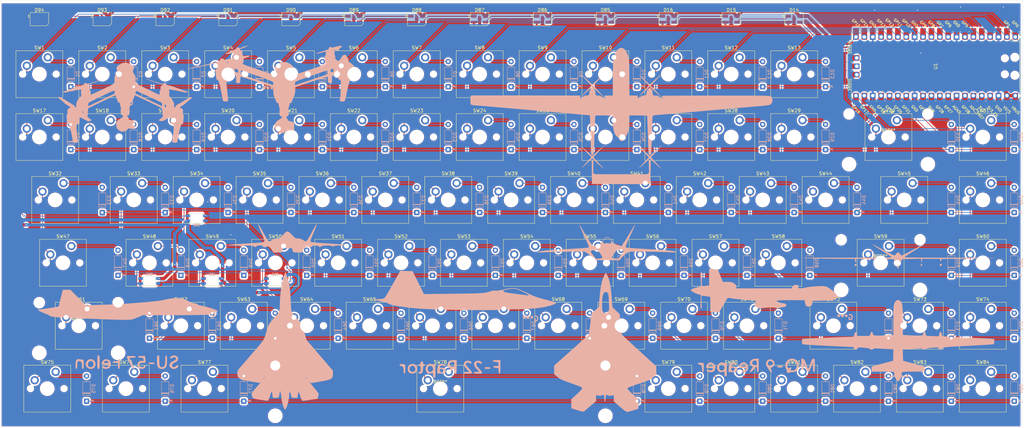
<source format=kicad_pcb>
(kicad_pcb (version 20241229) (generator "pcbnew") (generator_version "9.0")
  (layers (0 "F.Cu" signal) (2 "B.Cu" signal) (13 "F.Paste" user) (15 "B.Paste" user) (5 "F.SilkS" user "F.Silkscreen") (7 "B.SilkS" user "B.Silkscreen") (1 "F.Mask" user) (3 "B.Mask" user) (25 "Edge.Cuts" user))
  (net 0 "")
  (net 1 "Net-(D1-A)")
  (net 2 "ROW1")
  (net 3 "Net-(D2-A)")
  (net 4 "Net-(D3-A)")
  (net 5 "Net-(D4-A)")
  (net 6 "Net-(D5-A)")
  (net 7 "Net-(D6-A)")
  (net 8 "Net-(D7-A)")
  (net 9 "Net-(D8-A)")
  (net 10 "Net-(D9-A)")
  (net 11 "Net-(D10-A)")
  (net 12 "Net-(D11-A)")
  (net 13 "Net-(D12-A)")
  (net 14 "Net-(D13-A)")
  (net 15 "Net-(D17-A)")
  (net 16 "ROW2")
  (net 17 "Net-(D18-A)")
  (net 18 "Net-(D19-A)")
  (net 19 "Net-(D20-A)")
  (net 20 "Net-(D21-A)")
  (net 21 "Net-(D22-A)")
  (net 22 "Net-(D23-A)")
  (net 23 "Net-(D24-A)")
  (net 24 "Net-(D25-A)")
  (net 25 "Net-(D26-A)")
  (net 26 "Net-(D27-A)")
  (net 27 "Net-(D28-A)")
  (net 28 "Net-(D29-A)")
  (net 29 "Net-(D30-A)")
  (net 30 "Net-(D31-A)")
  (net 31 "ROW3")
  (net 32 "Net-(D32-A)")
  (net 33 "Net-(D33-A)")
  (net 34 "Net-(D34-A)")
  (net 35 "Net-(D35-A)")
  (net 36 "Net-(D36-A)")
  (net 37 "Net-(D37-A)")
  (net 38 "Net-(D38-A)")
  (net 39 "Net-(D39-A)")
  (net 40 "Net-(D40-A)")
  (net 41 "Net-(D41-A)")
  (net 42 "Net-(D42-A)")
  (net 43 "Net-(D43-A)")
  (net 44 "Net-(D44-A)")
  (net 45 "Net-(D45-A)")
  (net 46 "Net-(D46-A)")
  (net 47 "Net-(D47-A)")
  (net 48 "ROW4")
  (net 49 "Net-(D48-A)")
  (net 50 "Net-(D49-A)")
  (net 51 "Net-(D50-A)")
  (net 52 "Net-(D51-A)")
  (net 53 "Net-(D52-A)")
  (net 54 "Net-(D53-A)")
  (net 55 "Net-(D54-A)")
  (net 56 "Net-(D55-A)")
  (net 57 "Net-(D56-A)")
  (net 58 "Net-(D57-A)")
  (net 59 "Net-(D58-A)")
  (net 60 "Net-(D59-A)")
  (net 61 "Net-(D60-A)")
  (net 62 "ROW5")
  (net 63 "Net-(D61-A)")
  (net 64 "Net-(D62-A)")
  (net 65 "Net-(D63-A)")
  (net 66 "Net-(D64-A)")
  (net 67 "Net-(D65-A)")
  (net 68 "Net-(D66-A)")
  (net 69 "Net-(D67-A)")
  (net 70 "Net-(D68-A)")
  (net 71 "Net-(D69-A)")
  (net 72 "Net-(D70-A)")
  (net 73 "Net-(D71-A)")
  (net 74 "Net-(D72-A)")
  (net 75 "Net-(D73-A)")
  (net 76 "Net-(D74-A)")
  (net 77 "Net-(D75-A)")
  (net 78 "ROW6")
  (net 79 "Net-(D76-A)")
  (net 80 "Net-(D77-A)")
  (net 81 "Net-(D78-A)")
  (net 82 "Net-(D79-A)")
  (net 83 "Net-(D80-A)")
  (net 84 "Net-(D81-A)")
  (net 85 "Net-(D82-A)")
  (net 86 "Net-(D83-A)")
  (net 87 "Net-(D84-A)")
  (net 88 "COL1")
  (net 89 "COL2")
  (net 90 "COL3")
  (net 91 "COL4")
  (net 92 "COL5")
  (net 93 "COL6")
  (net 94 "COL7")
  (net 95 "COL8")
  (net 96 "COL9")
  (net 97 "COL10")
  (net 98 "COL11")
  (net 99 "COL12")
  (net 100 "COL13")
  (net 101 "COL14")
  (net 102 "COL15")
  (net 103 "Net-(D14-DOUT)")
  (net 104 "GND")
  (net 111 "COL16")
  (net 113 "+5V")
  (net 115 "LED")
  (net 121 "+3.3V")
  (net 124 "Net-(D15-DOUT)")
  (net 130 "Net-(D16-DOUT)")
  (net 131 "Net-(D85-DOUT)")
  (net 132 "Net-(D86-DOUT)")
  (net 133 "Net-(D87-DOUT)")
  (net 134 "Net-(D88-DOUT)")
  (net 135 "Net-(D89-DOUT)")
  (net 136 "Net-(D90-DOUT)")
  (net 137 "Net-(D91-DOUT)")
  (net 138 "Net-(D92-DOUT)")
  (net 139 "Net-(D93-DOUT)")
  (net 140 "Net-(D94-DOUT)")
  (net 141 "Net-(D95-DOUT)")
  (net 142 "Net-(D96-DOUT)")
  (net 143 "Net-(D97-DOUT)")
  (footprint "PCM_Switch_Keyboard_Cherry_MX:SW_Cherry_MX_PCB_1.00u" (layer "F.Cu") (at 230.98125 121.44375)
    (property "Reference" "SW41")
    (property "Value" "SW_Push")
  )
  (footprint "PCM_Switch_Keyboard_Cherry_MX:SW_Cherry_MX_PCB_1.00u" (layer "F.Cu") (at 202.40625 102.39375)
    (property "Reference" "SW25")
    (property "Value" "SW_Push")
  )
  (footprint "PCM_Switch_Keyboard_Cherry_MX:SW_Cherry_MX_PCB_1.00u" (layer "F.Cu") (at 211.93125 121.44375)
    (property "Reference" "SW40")
    (property "Value" "SW_Push")
  )
  (footprint "LED_SMD:LED_SK6812MINI_PLCC4_3.5x3.5mm_P1.75mm" (layer "F.Cu") (at 240.50625 66.675)
    (property "Reference" "D16")
    (property "Value" "SK6812MINI")
  )
  (footprint "PCM_Switch_Keyboard_Cherry_MX:SW_Cherry_MX_PCB_1.00u" (layer "F.Cu") (at 145.25625 102.39375)
    (property "Reference" "SW22")
    (property "Value" "SW_Push")
  )
  (footprint "PCM_Switch_Keyboard_Cherry_MX:SW_Cherry_MX_PCB_1.00u" (layer "F.Cu") (at 197.64375 140.49375)
    (property "Reference" "SW54")
    (property "Value" "SW_Push")
  )
  (footprint "PCM_Switch_Keyboard_Cherry_MX:SW_Cherry_MX_PCB_1.00u" (layer "F.Cu") (at 235.74375 140.49375)
    (property "Reference" "SW56")
    (property "Value" "SW_Push")
  )
  (footprint "PCM_Switch_Keyboard_Cherry_MX:SW_Cherry_MX_PCB_1.00u" (layer "F.Cu") (at 316.70625 159.54375)
    (property "Reference" "SW73")
    (property "Value" "SW_Push")
  )
  (footprint "PCM_Switch_Keyboard_Cherry_MX:SW_Cherry_MX_PCB_1.00u" (layer "F.Cu") (at 335.75625 121.44375)
    (property "Reference" "SW46")
    (property "Value" "SW_Push")
  )
  (footprint "PCM_Switch_Keyboard_Cherry_MX:SW_Cherry_MX_PCB_1.00u" (layer "F.Cu") (at 69.05625 102.39375)
    (property "Reference" "SW18")
    (property "Value" "SW_Push")
  )
  (footprint "PCM_Switch_Keyboard_Cherry_MX:SW_Cherry_MX_PCB_1.00u" (layer "F.Cu") (at 107.15625 83.34375)
    (property "Reference" "SW4")
    (property "Value" "SW_Push")
  )
  (footprint "PCM_Switch_Keyboard_Cherry_MX:SW_Cherry_MX_PCB_1.00u" (layer "F.Cu") (at 159.54375 140.49375)
    (property "Reference" "SW52")
    (property "Value" "SW_Push")
  )
  (footprint "PCM_Switch_Keyboard_Cherry_MX:SW_Cherry_MX_PCB_1.25u" (layer "F.Cu") (at 76.2 178.59375)
    (property "Reference" "SW76")
    (property "Value" "SW_Push")
  )
  (footprint "PCM_Switch_Keyboard_Cherry_MX:SW_Cherry_MX_PCB_1.00u" (layer "F.Cu") (at 250.03125 121.44375)
    (property "Reference" "SW42")
    (property "Value" "SW_Push")
  )
  (footprint "PCM_Switch_Keyboard_Cherry_MX:SW_Cherry_MX_PCB_1.00u" (layer "F.Cu") (at 278.60625 83.34375)
    (property "Reference" "SW13")
    (property "Value" "SW_Push")
  )
  (footprint "PCM_Switch_Keyboard_Cherry_MX:SW_Cherry_MX_PCB_1.00u" (layer "F.Cu") (at 254.79375 140.49375)
    (property "Reference" "SW57")
    (property "Value" "SW_Push")
  )
  (footprint "PCM_Switch_Keyboard_Cherry_MX:SW_Cherry_MX_PCB_2.25u" (layer "F.Cu") (at 61.9125 159.54375)
    (property "Reference" "SW61")
    (property "Value" "SW_Push")
  )
  (footprint "LED_SMD:LED_SK6812MINI_PLCC4_3.5x3.5mm_P1.75mm" (layer "F.Cu") (at 50 66.675)
    (property "Reference" "D94")
    (property "Value" "SK6812MINI")
  )
  (footprint "PCM_Switch_Keyboard_Cherry_MX:SW_Cherry_MX_PCB_1.00u" (layer "F.Cu") (at 273.84375 140.49375)
    (property "Reference" "SW58")
    (property "Value" "SW_Push")
  )
  (footprint "LED_SMD:LED_SK6812MINI_PLCC4_3.5x3.5mm_P1.75mm" (layer "F.Cu") (at 126.20625 66.675)
    (property "Reference" "D90")
    (property "Value" "SK6812MINI")
  )
  (footprint "LED_SMD:LED_SK6812MINI_PLCC4_3.5x3.5mm_P1.75mm" (layer "F.Cu") (at 202.40625 66.675)
    (property "Reference" "D86")
    (property "Value" "SK6812MINI")
  )
  (footprint "PCM_Switch_Keyboard_Cherry_MX:SW_Cherry_MX_PCB_1.00u" (layer "F.Cu") (at 121.44375 140.49375)
    (property "Reference" "SW50")
    (property "Value" "SW_Push")
  )
  (footprint "PCM_Switch_Keyboard_Cherry_MX:SW_Cherry_MX_PCB_1.00u" (layer "F.Cu") (at 97.63125 121.44375)
    (property "Reference" "SW34")
    (property "Value" "SW_Push")
  )
  (footprint "PCM_Switch_Keyboard_Cherry_MX:SW_Cherry_MX_PCB_1.00u" (layer "F.Cu") (at 221.45625 102.39375)
    (property "Reference" "SW26")
    (property "Value" "SW_Push")
  )
  (footprint "PCM_Switch_Keyboard_Cherry_MX:SW_Cherry_MX_PCB_1.00u" (layer "F.Cu") (at 335.75625 102.39375)
    (property "Reference" "SW31")
    (property "Value" "SW_Push")
  )
  (footprint "PCM_Switch_Keyboard_Cherry_MX:SW_Cherry_MX_PCB_1.00u" (layer "F.Cu") (at 88.10625 102.39375)
    (property "Reference" "SW19")
    (property "Value" "SW_Push")
  )
  (footprint "PCM_Switch_Keyboard_Cherry_MX:SW_Cherry_MX_PCB_1.50u" (layer "F.Cu") (at 311.94375 121.44375)
    (property "Reference" "SW45")
    (property "Value" "SW_Push")
  )
  (footprint "PCM_Switch_Keyboard_Cherry_MX:SW_Cherry_MX_PCB_1.00u" (layer "F.Cu") (at 50.00625 102.39375)
    (property "Reference" "SW17")
    (property "Value" "SW_Push")
  )
  (footprint "PCM_Switch_Keyboard_Cherry_MX:SW_Cherry_MX_PCB_1.00u" (layer "F.Cu") (at 164.30625 83.34375)
    (property "Reference" "SW7")
    (property "Value" "SW_Push")
  )
  (footprint "PCM_Mounting_Keyboard_Stabilizer:Stabilizer_Cherry_MX_2.00u" (layer "F.Cu") (at 304.8 140.49375)
    (property "Reference" "REF**")
    (property "Value" "Stabilizer_Cherry_MX_2.00u")
  )
  (footprint "PCM_Switch_Keyboard_Cherry_MX:SW_Cherry_MX_PCB_1.00u" (layer "F.Cu") (at 78.58125 121.44375)
    (property "Reference" "SW33")
    (property "Value" "SW_Push")
  )
  (footprint "LED_SMD:LED_SK6812MINI_PLCC4_3.5x3.5mm_P1.75mm" (layer "F.Cu") (at 69.05625 66.675)
    (property "Reference" "D93")
    (property "Value" "SK6812MINI")
  )
  (footprint "PCM_Switch_Keyboard_Cherry_MX:SW_Cherry_MX_PCB_1.00u" (layer "F.Cu") (at 278.60625 102.39375)
    (property "Reference" "SW29")
    (property "Value" "SW_Push")
  )
  (footprint "PCM_Switch_Keyboard_Cherry_MX:SW_Cherry_MX_PCB_1.00u" (layer "F.Cu") (at 192.88125 121.44375)
    (property "Reference" "SW39")
    (property "Value" "SW_Push")
  )
  (footprint "PCM_Switch_Keyboard_Cherry_MX:SW_Cherry_MX_PCB_1.00u" (layer "F.Cu") (at 130.96875 159.54375)
    (property "Reference" "SW64")
    (property "Value" "SW_Push")
  )
  (footprint "PCM_Switch_Keyboard_Cherry_MX:SW_Cherry_MX_PCB_1.00u" (layer "F.Cu") (at 335.75625 178.59375)
    (property "Reference" "SW84")
    (property "Value" "SW_Push")
  )
  (footprint "PCM_Switch_Keyboard_Cherry_MX:SW_Cherry_MX_PCB_1.00u" (layer "F.Cu") (at 264.31875 159.54375)
    (property "Reference" "SW71")
    (property "Value" "SW_Push")
  )
  (footprint "PCM_Switch_Keyboard_Cherry_MX:SW_Cherry_MX_PCB_1.00u" (layer "F.Cu") (at 92.86875 159.54375)
    (property "Reference" "SW62")
    (property "Value" "SW_Push")
  )
  (footprint "PCM_Switch_Keyboard_Cherry_MX:SW_Cherry_MX_PCB_1.00u" (layer "F.Cu") (at 126.20625 102.39375)
    (property "Reference" "SW21")
    (property "Value" "SW_Push")
  )
  (footprint "PCM_Switch_Keyboard_Cherry_MX:SW_Cherry_MX_PCB_2.25u" (layer "F.Cu") (at 304.8 140.49375)
    (property "Reference" "SW59")
    (property "Value" "SW_Push")
  )
  (footprint "PCM_Switch_Keyboard_Cherry_MX:SW_Cherry_MX_PCB_1.00u" (layer "F.Cu") (at 183.35625 102.39375)
    (property "Reference" "SW24")
    (property "Value" "SW_Push")
  )
  (footprint "PCM_Switch_Keyboard_Cherry_MX:SW_Cherry_MX_PCB_1.75u" (layer "F.Cu") (at 57.15 140.49375)
    (property "Reference" "SW47")
    (property "Value" "SW_Push")
  )
  (footprint "PCM_Switch_Keyboard_Cherry_MX:SW_Cherry_MX_PCB_1.00u" (layer "F.Cu") (at 140.49375 140.49375)
    (property "Reference" "SW51")
    (property "Value" "SW_Push")
  )
  (footprint "PCM_Switch_Keyboard_Cherry_MX:SW_Cherry_MX_PCB_1.00u" (layer "F.Cu") (at 288.13125 121.44375)
    (property "Reference" "SW44")
    (property "Value" "SW_Push")
  )
  (footprint "PCM_Switch_Keyboard_Cherry_MX:SW_Cherry_MX_PCB_1.00u" (layer "F.Cu") (at 221.45625 83.34375)
    (property "Reference" "SW10")
    (property "Value" "SW_Push")
  )
  (footprint "PCM_Switch_Keyboard_Cherry_MX:SW_Cherry_MX_PCB_1.00u" (layer "F.Cu") (at 116.68125 121.44375)
    (property "Reference" "SW35")
    (property "Value" "SW_Push")
  )
  (footprint "PCM_Switch_Keyboard_Cherry_MX:SW_Cherry_MX_PCB_1.75u" (layer "F.Cu") (at 290.5125 159.54375)
    (property "Reference" "SW72")
    (property "Value" "SW_Push")
  )
  (footprint "PCM_Switch_Keyboard_Cherry_MX:SW_Cherry_MX_PCB_1.00u" (layer "F.Cu") (at 111.91875 159.54375)
    (property "Reference" "SW63")
    (property "Value" "SW_Push")
  )
  (footprint "LED_SMD:LED_SK6812MINI_PLCC4_3.5x3.5mm_P1.75mm" (layer "F.Cu") (at 278.60625 66.675)
    (property "Reference" "D14")
    (property "Value" "SK6812MINI")
  )
  (footprint "PCM_Switch_Keyboard_Cherry_MX:SW_Cherry_MX_PCB_1.00u" (layer "F.Cu") (at 169.06875 159.54375)
    (property "Reference" "SW66")
    (property "Value" "SW_Push")
  )
  (footprint "LED_SMD:LED_SK6812MINI_PLCC4_3.5x3.5mm_P1.75mm" (layer "F.Cu") (at 145.25625 66.675)
    (property "Reference" "D89")
    (property "Value" "SK6812MINI")
  )
  (footprint "PCM_Switch_Keyboard_Cherry_MX:SW_Cherry_MX_PCB_1.00u" (layer "F.Cu") (at 316.70625 178.59375)
    (property "Reference" "SW83")
    (property "Value" "SW_Push")
  )
  (footprint "PCM_Switch_Keyboard_Cherry_MX:SW_Cherry_MX_PCB_1.00u" (layer "F.Cu") (at 202.40625 83.34375)
    (property "Reference" "SW9")
    (property "Value" "SW_Push")
  )
  (footprint "PCM_Switch_Keyboard_Cherry_MX:SW_Cherry_MX_PCB_1.00u" (layer "F.Cu") (at 269.08125 121.44375)
    (property "Reference" "SW43")
    (property "Value" "SW_Push")
  )
  (footprint "PCM_Switch_Keyboard_Cherry_MX:SW_Cherry_MX_PCB_1.00u" (layer "F.Cu") (at 154.78125 121.44375)
    (property "Reference" "SW37")
    (property "Value" "SW_Push")
  )
  (footprint "PCM_Switch_Keyboard_Cherry_MX:SW_Cherry_MX_PCB_2.00u" (layer "F.Cu") (at 307.18125 102.39375)
    (property "Reference" "SW30")
    (property "Value" "SW_Push")
  )
  (footprint "PCM_Switch_Keyboard_Cherry_MX:SW_Cherry_MX_PCB_1.00u" (layer "F.Cu") (at 259.55625 102.39375)
    (property "Reference" "SW28")
    (property "Value" "SW_Push")
  )
  (footprint "LED_SMD:LED_SK6812MINI_PLCC4_3.5x3.5mm_P1.75mm" (layer "F.Cu") (at 164.30625 66.675)
    (property "Reference" "D88")
    (property "Value" "SK6812MINI")
  )
  (footprint "PCM_Switch_Keyboard_Cherry_MX:SW_Cherry_MX_PCB_1.00u" (layer "F.Cu") (at 240.50625 102.39375)
    (property "Reference" "SW27")
    (property "Value" "SW_Push")
  )
  (footprint "PCM_Switch_Keyboard_Cherry_MX:SW_Cherry_MX_PCB_1.00u" (layer "F.Cu") (at 240.50625 83.34375)
    (property "Reference" "SW11")
    (property "Value" "SW_Push")
  )
  (footprint "PCM_Switch_Keyboard_Cherry_MX:SW_Cherry_MX_PCB_1.00u" (layer "F.Cu") (at 259.55625 83.34375)
    (property "Reference" "SW12")
    (property "Value" "SW_Push")
  )
  (footprint "PCM_Switch_Keyboard_Cherry_MX:SW_Cherry_MX_PCB_1.00u" (layer "F.Cu") (at 145.25625 83.34375)
    (property "Reference" "SW6")
    (property "Value" "SW_Push")
  )
  (footprint "PCM_Switch_Keyboard_Cherry_MX:SW_Cherry_MX_PCB_1.00u" (layer "F.Cu") (at 164.30625 102.39375)
    (property "Reference" "SW23")
    (property "Value" "SW_Push")
  )
  (footprint "PCM_Switch_Keyboard_Cherry_MX:SW_Cherry_MX_PCB_1.00u" (layer "F.Cu") (at 188.11875 159.54375)
    (property "Reference" "SW67")
    (property "Value" "SW_Push")
  )
  (footprint "PCM_Switch_Keyboard_Cherry_MX:SW_Cherry_MX_PCB_1.00u" (layer "F.Cu") (at 150.01875 159.54375)
    (property "Reference" "SW65")
    (property "Value" "SW_Push")
  )
  (footprint "LED_SMD:LED_SK6812MINI_PLCC4_3.5x3.5mm_P1.75mm" (layer "F.Cu") (at 183.35625 66.675)
    (property "Reference" "D87")
    (property "Value" "SK6812MINI")
  )
  (footprint "PCM_Switch_Keyboard_Cherry_MX:SW_Cherry_MX_PCB_1.00u" (layer "F.Cu") (at 126.20625 83.34375)
    (property "Reference" "SW5")
    (property "Value" "SW_Push")
  )
  (footprint "PCM_Mounting_Keyboard_Stabilizer:Stabilizer_Cherry_MX_2.00u" (layer "F.Cu") (at 307.18125 102.39375)
    (property "Reference" "REF**")
    (property "Value" "Stabilizer_Cherry_MX_2.00u")
  )
  (footprint "LED_SMD:LED_SK6812MINI_PLCC4_3.5x3.5mm_P1.75mm" (layer "F.Cu") (at 221.45625 66.675)
    (property "Reference" "D85")
    (property "Value" "SK6812MINI")
  )
  (footprint "PCM_Mounting_Keyboard_Stabilizer:Stabilizer_Cherry_MX_6.25u" (layer "F.Cu") (at 171.45 178.59375)
    (property "Reference" "REF**")
    (property "Value" "Stabilizer_Cherry_MX_6.25u")
  )
  (footprint "PCM_Switch_Keyboard_Cherry_MX:SW_Cherry_MX_PCB_1.00u" (layer "F.Cu") (at 335.75625 140.49375)
    (property "Reference" "SW60")
    (property "Value" "SW_Push")
  )
  (footprint "PCM_Mounting_Keyboard_Stabilizer:Stabilizer_Cherry_MX_2.00u" (layer "F.Cu") (at 61.9125 159.54375)
    (property "Reference" "REF**")
    (property "Value" "Stabilizer_Cherry_MX_2.00u")
  )
  (footprint "LED_SMD:LED_SK6812MINI_PLCC4_3.5x3.5mm_P1.75mm" (layer "F.Cu") (at 259.55625 66.675)
    (property "Reference" "D15")
    (property "Value" "SK6812MINI")
  )
  (footprint "PCM_Switch_Keyboard_Cherry_MX:SW_Cherry_MX_PCB_1.50u" (layer "F.Cu") (at 54.76875 121.44375)
    (property "Reference" "SW32")
    (property "Value" "SW_Push")
  )
  (footprint "PCM_Switch_Keyboard_Cherry_MX:SW_Cherry_MX_PCB_1.00u" (layer "F.Cu") (at 207.16875 159.54375)
    (property "Reference" "SW68")
    (property "Value" "SW_Push")
  )
  (footprint "PCM_Switch_Keyboard_Cherry_MX:SW_Cherry_MX_PCB_1.00u" (layer "F.Cu") (at 173.83125 121.44375)
    (property "Reference" "SW38")
    (property "Value" "SW_Push")
  )
  (footprint "PCM_Switch_Keyboard_Cherry_MX:SW_Cherry_MX_PCB_1.00u" (layer "F.Cu") (at 245.26875 159.54375)
    (property "Reference" "SW70")
    (property "Value" "SW_Push")
  )
  (footprint "PCM_Switch_Keyboard_Cherry_MX:SW_Cherry_MX_PCB_1.00u" (layer "F.Cu") (at 240.50625 178.59375)
    (property "Reference" "SW79")
    (property "Value" "SW_Push")
  )
  (footprint "PCM_Switch_Keyboard_Cherry_MX:SW_Cherry_MX_PCB_1.00u" (layer "F.Cu") (at 135.73125 121.44375)
    (property "Reference" "SW36")
    (property "Value" "SW_Push")
  )
  (footprint "PCM_Switch_Keyboard_Cherry_MX:SW_Cherry_MX_PCB_1.00u" (layer "F.Cu") (at 226.21875 159.54375)
    (property "Reference" "SW69")
    (property "Value" "SW_Push")
  )
  (footprint "PCM_Switch_Keyboard_Cherry_MX:SW_Cherry_MX_PCB_1.00u" (layer "F.Cu") (at 83.34375 140.49375)
    (property "Reference" "SW48")
    (property "Value" "SW_Push")
  )
  (footprint "PCM_Switch_Keyboard_Cherry_MX:SW_Cherry_MX_PCB_1.00u" (layer "F.Cu") (at 69.05625 83.34375)
    (property "Reference" "SW2")
    (property "Value" "SW_Push")
  )
  (footprint "LED_SMD:LED_SK6812MINI_PLCC4_3.5x3.5mm_P1.75mm" (layer "F.Cu") (at 107.15625 66.675)
    (property "Reference" "D91")
    (property "Value" "SK6812MINI")
  )
  (footprint "Pico:RPi_Pico_SMD_TH" (layer "F.Cu") (at 321.46875 80.9625 -90)
    (property "Reference" "U1")
    (property "Value" "Pico")
  )
  (footprint "PCM_Switch_Keyboard_Cherry_MX:SW_Cherry_MX_PCB_1.00u" (layer "F.Cu") (at 335.75625 159.54375)
    (property "Reference" "SW74")
    (property "Value" "SW_Push")
  )
  (footprint "PCM_Switch_Keyboard_Cherry_MX:SW_Cherry_MX_PCB_1.00u" (layer "F.Cu") (at 259.55625 178.59375)
    (property "Reference" "SW80")
    (property "Value" "SW_Push")
  )
  (footprint "PCM_Switch_Keyboard_Cherry_MX:SW_Cherry_MX_PCB_1.00u" (layer "F.Cu") (at 102.39375 140.49375)
    (property "Reference" "SW49")
    (property "Value" "SW_Push")
  )
  (footprint "PCM_Switch_Keyboard_Cherry_MX:SW_Cherry_MX_PCB_1.25u" (layer "F.Cu") (at 52.3875 178.59375)
    (property "Reference" "SW75")
    (property "Value" "SW_Push")
  )
  (footprint "PCM_Switch_Keyboard_Cherry_MX:SW_Cherry_MX_PCB_1.00u" (layer "F.Cu") (at 50.00625 83.34375)
    (property "Reference" "SW1")
    (property "Value" "SW_Push")
  )
  (footprint "PCM_Switch_Keyboard_Cherry_MX:SW_Cherry_MX_PCB_1.00u" (layer "F.Cu") (at 88.10625 83.34375)
    (property "Reference" "SW3")
    (property "Value" "SW_Push")
  )
  (footprint "LED_SMD:LED_SK6812MINI_PLCC4_3.5x3.5mm_P1.75mm" (layer "F.Cu") (at 88.10625 66.675)
    (property "Reference" "D92")
    (property "Value" "SK6812MINI")
  )
  (footprint "PCM_Switch_Keyboard_Cherry_MX:SW_Cherry_MX_PCB_6.25u" (layer "F.Cu") (at 171.45 178.59375)
    (property "Reference" "SW78")
    (property "Value" "SW_Push")
  )
  (footprint "PCM_Switch_Keyboard_Cherry_MX:SW_Cherry_MX_PCB_1.00u" (layer "F.Cu") (at 178.59375 140.49375)
    (property "Reference" "SW53")
    (property "Value" "SW_Push")
  )
  (footprint "PCM_Switch_Keyboard_Cherry_MX:SW_Cherry_MX_PCB_1.25u" (layer "F.Cu") (at 100.0125 178.59375)
    (property "Reference" "SW77")
    (property "Value" "SW_Push")
  )
  (footprint "PCM_Switch_Keyboard_Cherry_MX:SW_Cherry_MX_PCB_1.00u" (layer "F.Cu") (at 216.69375 140.49375)
    (property "Reference" "SW55")
    (property "Value" "SW_Push")
  )
  (footprint "PCM_Switch_Keyboard_Cherry_MX:SW_Cherry_MX_PCB_1.00u" (layer "F.Cu") (at 278.60625 178.59375)
    (property "Reference" "SW81")
    (property "Value" "SW_Push")
  )
  (footprint "PCM_Switch_Keyboard_Cherry_MX:SW_Cherry_MX_PCB_1.00u" (layer "F.Cu") (at 107.15625 102.39375)
    (property "Reference" "SW20")
    (property "Value" "SW_Push")
  )
  (footprint "PCM_Switch_Keyboard_Cherry_MX:SW_Cherry_MX_PCB_1.00u" (layer "F.Cu") (at 183.35625 83.34375)
    (property "Reference" "SW8")
    (property "Value" "SW_Push")
  )
  (footprint "PCM_Switch_Keyboard_Cherry_MX:SW_Cherry_MX_PCB_1.00u" (layer "F.Cu") (at 297.65625 178.59375)
    (property "Reference" "SW82")
    (property "Value" "SW_Push")
  )
  (footprint "Diode_THT:D_DO-35_SOD27_P7.62mm_Horizontal" (layer "B.Cu") (at 202.40625 125.25375 90)
    (property "Reference" "D39")
    (property "Value" "D")
  )
  (footprint "Diode_THT:D_DO-35_SOD27_P7.62mm_Horizontal" (layer "B.Cu") (at 345.28125 144.30375 90)
    (property "Reference" "D60")
    (property "Value" "D")
  )
  (footprint "Diode_THT:D_DO-35_SOD27_P7.62mm_Horizontal" (layer "B.Cu") (at 216.69375 163.35375 90)
    (property "Reference" "D68")
    (property "Value" "D")
  )
  (footprint "LOGO" (layer "B.Cu") (at 226 95 180)
    (property "Reference" "G***")
    (property "Value" "LOGO" (hide yes))
  )
  (footprint "Diode_THT:D_DO-35_SOD27_P7.62mm_Horizontal" (layer "B.Cu") (at 178.59375 163.35375 90)
    (property "Reference" "D66")
    (property "Value" "D")
  )
  (footprint "Diode_THT:D_DO-35_SOD27_P7.62mm_Horizontal" (layer "B.Cu") (at 307.18125 163.35375 90)
    (property "Reference" "D72")
    (property "Value" "D")
  )
  (footprint "Diode_THT:D_DO-35_SOD27_P7.62mm_Horizontal" (layer "B.Cu") (at 250.03125 182.40375 90)
    (property "Reference" "D79")
    (property "Value" "D")
  )
  (footprint "Diode_THT:D_DO-35_SOD27_P7.62mm_Horizontal" (layer "B.Cu") (at 211.93125 87.15375 90)
    (property "Reference" "D9")
    (property "Value" "D")
  )
  (footprint "Diode_THT:D_DO-35_SOD27_P7.62mm_Horizontal" (layer "B.Cu") (at 207.16875 144.30375 90)
    (property "Reference" "D54")
    (property "Value" "D")
  )
  (footprint "Diode_THT:D_DO-35_SOD27_P7.62mm_Horizontal" (layer "B.Cu") (at 92.86875 144.30375 90)
    (property "Reference" "D48")
    (property "Value" "D")
  )
  (footprint "LOGO" (layer "B.Cu") (at 101 156 180)
    (property "Reference" "G***")
    (property "Value" "LOGO" (hide yes))
  )
  (footprint "Diode_THT:D_DO-35_SOD27_P7.62mm_Horizontal" (layer "B.Cu") (at 78.58125 106.20375 90)
    (property "Reference" "D18")
    (property "Value" "D")
  )
  (footprint "Diode_THT:D_DO-35_SOD27_P7.62mm_Horizontal" (layer "B.Cu") (at 250.03125 87.15375 90)
    (property "Reference" "D11")
    (property "Value" "D")
  )
  (footprint "Diode_THT:D_DO-35_SOD27_P7.62mm_Horizontal" (layer "B.Cu") (at 164.30625 125.25375 90)
    (property "Reference" "D37")
    (property "Value" "D")
  )
  (footprint "Diode_THT:D_DO-35_SOD27_P7.62mm_Horizontal" (layer "B.Cu") (at 226.21875 144.30375 90)
    (property "Reference" "D55")
    (property "Value" "D")
  )
  (footprint "Diode_THT:D_DO-35_SOD27_P7.62mm_Horizontal" (layer "B.Cu") (at 230.98125 106.20375 90)
    (property "Reference" "D26")
    (property "Value" "D")
  )
  (footprint "Diode_THT:D_DO-35_SOD27_P7.62mm_Horizontal" (layer "B.Cu") (at 288.13125 87.15375 90)
    (property "Reference" "D13")
    (property "Value" "D")
  )
  (footprint "Diode_THT:D_DO-35_SOD27_P7.62mm_Horizontal" (layer "B.Cu") (at 97.63125 87.15375 90)
    (property "Reference" "D3")
    (property "Value" "D")
  )
  (footprint "LOGO" (layer "B.Cu") (at 76 92 180)
    (property "Reference" "G***")
    (property "Value" "LOGO" (hide yes))
  )
  (footprint "Diode_THT:D_DO-35_SOD27_P7.62mm_Horizontal" (layer "B.Cu") (at 288.13125 106.20375 90)
    (property "Reference" "D29")
    (property "Value" "D")
  )
  (footprint "Diode_THT:D_DO-35_SOD27_P7.62mm_Horizontal" (layer "B.Cu") (at 230.98125 87.15375 90)
    (property "Reference" "D10")
    (property "Value" "D")
  )
  (footprint "LOGO" (layer "B.Cu") (at 198.76375 157.42375 180)
    (property "Reference" "G***")
    (property "Value" "LOGO" (hide yes))
  )
  (footprint "Diode_THT:D_DO-35_SOD27_P7.62mm_Horizontal" (layer "B.Cu") (at 59.53125 87.15375 90)
    (property "Reference" "D1")
    (property "Value" "D")
  )
  (footprint "Diode_THT:D_DO-35_SOD27_P7.62mm_Horizontal" (layer "B.Cu") (at 307.18125 182.40375 90)
    (property "Reference" "D82")
    (property "Value" "D")
  )
  (footprint "Diode_THT:D_DO-35_SOD27_P7.62mm_Horizontal" (layer "B.Cu") (at 230.98125 182.40375 90)
    (property "Reference" "D78")
    (property "Value" "D")
  )
  (footprint "Diode_THT:D_DO-35_SOD27_P7.62mm_Horizontal" (layer "B.Cu") (at 345.28125 182.40375 90)
    (property "Reference" "D84")
    (property "Value" "D")
  )
  (footprint "Diode_THT:D_DO-35_SOD27_P7.62mm_Horizontal" (layer "B.Cu") (at 326.23125 163.35375 90)
    (property "Reference" "D73")
    (property "Value" "D")
  )
  (footprint "Diode_THT:D_DO-35_SOD27_P7.62mm_Horizontal" (layer "B.Cu") (at 235.74375 163.35375 90)
    (property "Reference" "D69")
    (property "Value" "D")
  )
  (footprint "Diode_THT:D_DO-35_SOD27_P7.62mm_Horizontal" (layer "B.Cu") (at 221.45625 125.25375 90)
    (property "Reference" "D40")
    (property "Value" "D")
  )
  (footprint "Diode_THT:D_DO-35_SOD27_P7.62mm_Horizontal" (layer "B.Cu") (at 150.01875 144.30375 90)
    (property "Reference" "D51")
    (property "Value" "D")
  )
  (footprint "Diode_THT:D_DO-35_SOD27_P7.62mm_Horizontal" (layer "B.Cu") (at 345.28125 163.35375 90)
    (property "Reference" "D74")
    (property "Value" "D")
  )
  (footprint "Diode_THT:D_DO-35_SOD27_P7.62mm_Horizontal" (layer "B.Cu") (at 326.23125 125.25375 90)
    (property "Reference" "D45")
    (property "Value" "D")
  )
  (footprint "Diode_THT:D_DO-35_SOD27_P7.62mm_Horizontal" (layer "B.Cu") (at 211.93125 106.20375 90)
    (property "Reference" "D25")
    (property "Value" "D")
  )
  (footprint "Diode_THT:D_DO-35_SOD27_P7.62mm_Horizontal" (layer "B.Cu") (at 326.23125 106.20375 90)
    (property "Reference" "D30")
    (property "Value" "D")
  )
  (footprint "Diode_THT:D_DO-35_SOD27_P7.62mm_Horizontal" (layer "B.Cu") (at 140.49375 163.35375 90)
    (property "Reference" "D64")
    (property "Value" "D")
  )
  (footprint "Diode_THT:D_DO-35_SOD27_P7.62mm_Horizontal" (layer "B.Cu") (at 273.84375 163.35375 90)
    (property "Reference" "D71")
    (property "Value" "D")
  )
  (footprint "Diode_THT:D_DO-35_SOD27_P7.62mm_Horizontal" (layer "B.Cu") (at 59.53125 106.20375 90)
    (property "Reference" "D17")
    (property "Value" "D")
  )
  (footprint "Diode_THT:D_DO-35_SOD27_P7.62mm_Horizontal" (layer "B.Cu") (at 69.05625 125.25375 90)
    (property "Reference" "D32")
    (property "Value" "D")
  )
  (footprint "Diode_THT:D_DO-35_SOD27_P7.62mm_Horizontal" (layer "B.Cu") (at 135.73125 87.15375 90)
    (property "Reference" "D5")
    (property "Value" "D")
  )
  (footprint "Diode_THT:D_DO-35_SOD27_P7.62mm_Horizontal" (layer "B.Cu") (at 259.55625 125.25375 90)
    (property "Reference" "D42")
    (property "Value" "D")
  )
  (footprint "Diode_THT:D_DO-35_SOD27_P7.62mm_Horizontal" (layer "B.Cu") (at 264.31875 144.30375 90)
    (property "Reference" "D57")
    (property "Value" "D")
  )
  (footprint "Diode_THT:D_DO-35_SOD27_P7.62mm_Horizontal" (layer "B.Cu") (at 111.91875 144.30375 90)
    (property "Reference" "D49")
    (property "Value" "D")
  )
  (footprint "Diode_THT:D_DO-35_SOD27_P7.62mm_Horizontal" (layer "B.Cu") (at 183.35625 125.25375 90)
    (property "Reference" "D38")
    (property "Value" "D")
  )
  (footprint "Diode_THT:D_DO-35_SOD27_P7.62mm_Horizontal" (layer "B.Cu") (at 154.78125 87.15375 90)
    (property "Reference" "D6")
    (property "Value" "D")
  )
  (footprint "Diode_THT:D_DO-35_SOD27_P7.62mm_Horizontal" (layer "B.Cu") (at 173.83125 87.15375 90)
    (property "Reference" "D7")
    (property "Value" "D")
  )
  (footprint "Diode_THT:D_DO-35_SOD27_P7.62mm_Horizontal" (layer "B.Cu") (at 107.15625 125.25375 90)
    (property "Reference" "D34")
    (property "Value" "D")
  )
  (footprint "Diode_THT:D_DO-35_SOD27_P7.62mm_Horizontal" (layer "B.Cu") (at 278.60625 125.25375 90)
    (property "Reference" "D43")
    (property "Value" "D")
  )
  (footprint "Diode_THT:D_DO-35_SOD27_P7.62mm_Horizontal" (layer "B.Cu") (at 130.96875 144.30375 90)
    (property "Reference" "D50")
    (property "Value" "D")
  )
  (footprint "Diode_THT:D_DO-35_SOD27_P7.62mm_Horizontal" (layer "B.Cu") (at 283.36875 144.30375 90)
    (property "Reference" "D58")
    (property "Value" "D")
  )
  (footprint "Diode_THT:D_DO-35_SOD27_P7.62mm_Horizontal" (layer "B.Cu") (at 83.34375 163.35375 90)
    (property "Reference" "D61")
    (property "Value" "D")
  )
  (footprint "Diode_THT:D_DO-35_SOD27_P7.62mm_Horizontal" (layer "B.Cu") (at 102.39375 163.35375 90)
    (property "Reference" "D62")
    (property "Value" "D")
  )
  (footprint "Diode_THT:D_DO-35_SOD27_P7.62mm_Horizontal" (layer "B.Cu") (at 121.44375 163.35375 90)
    (property "Reference" "D63")
    (property "Value" "D")
  )
  (footprint "Diode_THT:D_DO-35_SOD27_P7.62mm_Horizontal" (layer "B.Cu") (at 192.88125 106.20375 90)
    (property "Reference" "D24")
    (property "Value" "D")
  )
  (footprint "Diode_THT:D_DO-35_SOD27_P7.62mm_Horizontal" (layer "B.Cu") (at 116.68125 106.20375 90)
    (property "Reference" "D20")
    (property "Value" "D")
  )
  (footprint "Diode_THT:D_DO-35_SOD27_P7.62mm_Horizontal" (layer "B.Cu") (at 245.26875 144.30375 90)
    (property "Reference" "D56")
    (property "Value" "D")
  )
  (footprint "LOGO" (layer "B.Cu") (at 294 157 180)
    (property "Reference" "G***")
    (property "Value" "LOGO" (hide yes))
  )
  (footprint "Diode_THT:D_DO-35_SOD27_P7.62mm_Horizontal" (layer "B.Cu") (at 159.54375 163.35375 90)
    (property "Reference" "D65")
    (property "Value" "D")
  )
  (footprint "Diode_THT:D_DO-35_SOD27_P7.62mm_Horizontal" (layer "B.Cu") (at 126.20625 125.25375 90)
    (property "Reference" "D35")
    (property "Value" "D")
  )
  (footprint "Diode_THT:D_DO-35_SOD27_P7.62mm_Horizontal" (layer "B.Cu") (at 111.91875 182.40375 90)
    (property "Reference" "D77")
    (property "Value" "D")
  )
  (footprint "Diode_THT:D_DO-35_SOD27_P7.62mm_Horizontal" (layer "B.Cu") (at 269.08125 106.20375 90)
    (property "Reference" "D28")
    (property "Value" "D")
  )
  (footprint "Diode_THT:D_DO-35_SOD27_P7.62mm_Horizontal" (layer "B.Cu") (at 192.88125 87.15375 90)
    (property "Reference" "D8")
    (property "Value" "D")
  )
  (footprint "Diode_THT:D_DO-35_SOD27_P7.62mm_Horizontal" (layer "B.Cu") (at 269.08125 182.40375 90)
    (property "Reference" "D80")
    (property "Value" "D")
  )
  (footprint "Diode_THT:D_DO-35_SOD27_P7.62mm_Horizontal" (layer "B.Cu") (at 145.25625 125.25375 90)
    (property "Reference" "D36")
    (property "Value" "D")
  )
  (footprint "Reverse Neopixel:SK6812-MINI-E" (layer "B.Cu") (at 83.34375 146)
    (property "Reference" "D98")
    (property "Value" "SK6812MINI" (hide yes))
    (fp_line (start -1.9 -1.3) (end -1.9 1.3) (stroke (width 0.12)) (layer "Edge.Cuts"))
    (fp_line (start -1.7 1.5) (end 1.7 1.5) (stroke (width 0.12)) (layer "Edge.Cuts"))
    (fp_line (start 1.7 -1.5) (end -1.7 -1.5) (stroke (width 0.12)) (layer "Edge.Cuts"))
    (fp_line (start 1.9 1.3) (end 1.9 -1.3) (stroke (width 0.12)) (layer "Edge.Cuts"))
    (fp_arc (start -1.9 -1.3) (mid -1.841421 -1.441421) (end -1.7 -1.5) (stroke (width 0.12)) (layer "Edge.Cuts"))
    (fp_arc (start -1.7 1.5) (mid -1.841421 1.441421) (end -1.9 1.3) (stroke (width 0.12)) (layer "Edge.Cuts"))
    (fp_arc (start 1.7 -1.5) (mid 1.841421 -1.441421) (end 1.9 -1.3) (stroke (width 0.12)) (layer "Edge.Cuts"))
    (fp_arc (start 1.9 1.3) (mid 1.841421 1.441421) (end 1.7 1.5) (stroke (width 0.12)) (layer "Edge.Cuts"))
  )
  (footprint "Diode_THT:D_DO-35_SOD27_P7.62mm_Horizontal" (layer "B.Cu") (at 345.28125 106.20375 90)
    (property "Reference" "D31")
    (property "Value" "D")
  )
  (footprint "Diode_THT:D_DO-35_SOD27_P7.62mm_Horizontal" (layer "B.Cu") (at 78.58125 87.15375 90)
    (property "Reference" "D2")
    (property "Value" "D")
  )
  (footprint "Diode_THT:D_DO-35_SOD27_P7.62mm_Horizontal" (layer "B.Cu") (at 288.13125 182.40375 90)
    (property "Reference" "D81")
    (property "Value" "D")
  )
  (footprint "Diode_THT:D_DO-35_SOD27_P7.62mm_Horizontal" (layer "B.Cu") (at 173.83125 106.20375 90)
    (property "Reference" "D23")
    (property "Value" "D")
  )
  (footprint "Diode_THT:D_DO-35_SOD27_P7.62mm_Horizontal" (layer "B.Cu") (at 269.08125 87.15375 90)
    (property "Reference" "D12")
    (property "Value" "D")
  )
  (footprint "Diode_THT:D_DO-35_SOD27_P7.62mm_Horizontal" (layer "B.Cu") (at 326.23125 144.30375 90)
    (property "Reference" "D59")
    (property "Value" "D")
  )
  (footprint "Reverse Neopixel:SK6812-MINI-E" (layer "B.Cu") (at 102.39375 146)
    (property "Reference" "D97")
    (property "Value" "SK6812MINI" (hide yes))
    (fp_line (start -1.9 -1.3) (end -1.9 1.3) (stroke (width 0.12)) (layer "Edge.Cuts"))
    (fp_line (start -1.7 1.5) (end 1.7 1.5) (stroke (width 0.12)) (layer "Edge.Cuts"))
    (fp_line (start 1.7 -1.5) (end -1.7 -1.5) (stroke (width 0.12)) (layer "Edge.Cuts"))
    (fp_line (start 1.9 1.3) (end 1.9 -1.3) (stroke (width 0.12)) (layer "Edge.Cuts"))
    (fp_arc (start -1.9 -1.3) (mid -1.841421 -1.441421) (end -1.7 -1.5) (stroke (width 0.12)) (layer "Edge.Cuts"))
    (fp_arc (start -1.7 1.5) (mid -1.841421 1.441421) (end -1.9 1.3) (stroke (width 0.12)) (layer "Edge.Cuts"))
    (fp_arc (start 1.7 -1.5) (mid 1.841421 -1.441421) (end 1.9 -1.3) (stroke (width 0.12)) (layer "Edge.Cuts"))
    (fp_arc (start 1.9 1.3) (mid 1.841421 1.441421) (end 1.7 1.5) (stroke (width 0.12)) (layer "Edge.Cuts"))
  )
  (footprint "Diode_THT:D_DO-35_SOD27_P7.62mm_Horizontal" (layer "B.Cu") (at 169.06875 144.30375 90)
    (property "Reference" "D52")
    (property "Value" "D")
  )
  (footprint "Diode_THT:D_DO-35_SOD27_P7.62mm_Horizontal" (layer "B.Cu") (at 88.10625 182.40375 90)
    (property "Reference" "D76")
    (property "Value" "D")
  )
  (footprint "Diode_THT:D_DO-35_SOD27_P7.62mm_Horizontal" (layer "B.Cu") (at 197.64375 163.35375 90)
    (property "Reference" "D67")
    (property "Value" "D")
  )
  (footprint "Diode_THT:D_DO-35_SOD27_P7.62mm_Horizontal" (layer "B.Cu") (at 154.78125 106.20375 90)
    (property "Reference" "D22")
    (property "Value" "D")
  )
  (footprint "LOGO" (layer "B.Cu") (at 120 88 180)
    (property "Reference" "G***")
    (property "Value" "LOGO" (hide yes))
  )
  (footprint "Diode_THT:D_DO-35_SOD27_P7.62mm_Horizontal" (layer "B.Cu") (at 345.28125 125.25375 90)
    (property "Reference" "D46")
    (property "Value" "D")
  )
  (footprint "Diode_THT:D_DO-35_SOD27_P7.62mm_Horizontal" (layer "B.Cu") (at 254.79375 163.35375 90)
    (property "Reference" "D70")
    (property "Value" "D")
  )
  (footprint "Diode_THT:D_DO-35_SOD27_P7.62mm_Horizontal" (layer "B.Cu") (at 188.11875 144.30375 90)
    (property "Reference" "D53")
    (property "Value" "D")
  )
  (footprint "Diode_THT:D_DO-35_SOD27_P7.62mm_Horizontal" (layer "B.Cu") (at 135.73125 106.20375 90)
    (property "Reference" "D21")
    (property "Value" "D")
  )
  (footprint "Diode_THT:D_DO-35_SOD27_P7.62mm_Horizontal" (layer "B.Cu") (at 73.81875 144.30375 90)
    (property "Reference" "D47")
    (property "Value" "D")
  )
  (footprint "Diode_THT:D_DO-35_SOD27_P7.62mm_Horizontal" (layer "B.Cu") (at 64.29375 182.40375 90)
    (property "Reference" "D75")
    (property "Value" "D")
  )
  (footprint "Reverse Neopixel:SK6812-MINI-E" (layer "B.Cu") (at 97.63125 127 180)
    (property "Reference" "D95")
    (property "Value" "SK6812MINI" (hide yes))
    (fp_line (start 1.9 1.3) (end 1.9 -1.3) (stroke (width 0.12)) (layer "Edge.Cuts"))
    (fp_line (start 1.7 -1.5) (end -1.7 -1.5) (stroke (width 0.12)) (layer "Edge.Cuts"))
    (fp_line (start -1.7 1.5) (end 1.7 1.5) (stroke (width 0.12)) (layer "Edge.Cuts"))
    (fp_line (start -1.9 -1.3) (end -1.9 1.3) (stroke (width 0.12)) (layer "Edge.Cuts"))
    (fp_arc (start 1.9 1.3) (mid 1.841421 1.441421) (end 1.7 1.5) (stroke (width 0.12)) (layer "Edge.Cuts"))
    (fp_arc (start 1.7 -1.5) (mid 1.841421 -1.441421) (end 1.9 -1.3) (stroke (width 0.12)) (layer "Edge.Cuts"))
    (fp_arc (start -1.7 1.5) (mid -1.841421 1.441421) (end -1.9 1.3) (stroke (width 0.12)) (layer "Edge.Cuts"))
    (fp_arc (start -1.9 -1.3) (mid -1.841421 -1.441421) (end -1.7 -1.5) (stroke (width 0.12)) (layer "Edge.Cuts"))
  )
  (footprint "Diode_THT:D_DO-35_SOD27_P7.62mm_Horizontal" (layer "B.Cu") (at 297.65625 125.25375 90)
    (property "Reference" "D44")
    (property "Value" "D")
  )
  (footprint "Diode_THT:D_DO-35_SOD27_P7.62mm_Horizontal" (layer "B.Cu") (at 88.10625 125.25375 90)
    (property "Reference" "D33")
    (property "Value" "D")
  )
  (footprint "Diode_THT:D_DO-35_SOD27_P7.62mm_Horizontal" (layer "B.Cu") (at 116.68125 87.15375 90)
    (property "Reference" "D4")
    (property "Value" "D")
  )
  (footprint "Diode_THT:D_DO-35_SOD27_P7.62mm_Horizontal" (layer "B.Cu") (at 250.03125 106.20375 90)
    (property "Reference" "D27")
    (property "Value" "D")
  )
  (footprint "Diode_THT:D_DO-35_SOD27_P7.62mm_Horizontal" (layer "B.Cu") (at 97.63125 106.20375 90)
    (property "Reference" "D19")
    (property "Value" "D")
  )
  (footprint "Diode_THT:D_DO-35_SOD27_P7.62mm_Horizontal" (layer "B.Cu") (at 326.23125 182.40375 90)
    (property "Reference" "D83")
    (property "Value" "D")
  )
  (footprint "Reverse Neopixel:SK6812-MINI-E" (layer "B.Cu") (at 121.44375 146)
    (property "Reference" "D96")
    (property "Value" "SK6812MINI" (hide yes))
    (fp_line (start -1.9 -1.3) (end -1.9 1.3) (stroke (width 0.12)) (layer "Edge.Cuts"))
    (fp_line (start -1.7 1.5) (end 1.7 1.5) (stroke (width 0.12)) (layer "Edge.Cuts"))
    (fp_line (start 1.7 -1.5) (end -1.7 -1.5) (stroke (width 0.12)) (layer "Edge.Cuts"))
    (fp_line (start 1.9 1.3) (end 1.9 -1.3) (stroke (width 0.12)) (layer "Edge.Cuts"))
    (fp_arc (start -1.9 -1.3) (mid -1.841421 -1.441421) (end -1.7 -1.5) (stroke (width 0.12)) (layer "Edge.Cuts"))
    (fp_arc (start -1.7 1.5) (mid -1.841421 1.441421) (end -1.9 1.3) (stroke (width 0.12)) (layer "Edge.Cuts"))
    (fp_arc (start 1.7 -1.5) (mid 1.841421 -1.441421) (end 1.9 -1.3) (stroke (width 0.12)) (layer "Edge.Cuts"))
    (fp_arc (start 1.9 1.3) (mid 1.841421 1.441421) (end 1.7 1.5) (stroke (width 0.12)) (layer "Edge.Cuts"))
  )
  (footprint "Diode_THT:D_DO-35_SOD27_P7.62mm_Horizontal" (layer "B.Cu") (at 240.50625 125.25375 90)
    (property "Reference" "D41")
    (property "Value" "D")
  )
  (gr_rect (start 38.1 60.9125) (end 347.6625 190.5) (stroke (width 0.05)) (fill no) (layer "Edge.Cuts"))
  (segment (start 53.81625 79.53375) (end 59.53125 79.53375) (width 0.2) (layer "B.Cu") (net 1))
  (segment (start 52.54625 78.26375) (end 53.81625 79.53375) (width 0.2) (layer "B.Cu") (net 1))
  (segment (start 288.13125 87.15375) (end 302.26 87.15375) (width 0.2) (layer "F.Cu") (net 2))
  (segment (start 302.26 87.15375) (end 304.95875 89.8525) (width 0.2) (layer "F.Cu") (net 2))
  (segment (start 305.1175 91.4145) (end 305.1175 89.8525) (width 0.2) (layer "F.Cu") (net 2))
  (segment (start 135.73125 87.15375) (end 154.78125 87.15375) (width 0.2) (layer "B.Cu") (net 2))
  (segment (start 116.68125 87.15375) (end 135.73125 87.15375) (width 0.2) (layer "B.Cu") (net 2))
  (segment (start 97.63125 87.15375) (end 116.68125 87.15375) (width 0.2) (layer "B.Cu") (net 2))
  (segment (start 192.88125 87.15375) (end 211.93125 87.15375) (width 0.2) (layer "B.Cu") (net 2))
  (segment (start 173.83125 87.15375) (end 192.88125 87.15375) (width 0.2) (layer "B.Cu") (net 2))
  (segment (start 154.78125 87.15375) (end 173.83125 87.15375) (width 0.2) (layer "B.Cu") (net 2))
  (segment (start 59.53125 87.15375) (end 78.58125 87.15375) (width 0.2) (layer "B.Cu") (net 2))
  (segment (start 211.93125 87.15375) (end 230.98125 87.15375) (width 0.2) (layer "B.Cu") (net 2))
  (segment (start 269.08125 87.15375) (end 288.13125 87.15375) (width 0.2) (layer "B.Cu") (net 2))
  (segment (start 78.58125 87.15375) (end 97.63125 87.15375) (width 0.2) (layer "B.Cu") (net 2))
  (segment (start 250.03125 87.15375) (end 269.08125 87.15375) (width 0.2) (layer "B.Cu") (net 2))
  (segment (start 230.98125 87.15375) (end 250.03125 87.15375) (width 0.2) (layer "B.Cu") (net 2))
  (segment (start 71.59625 78.26375) (end 72.86625 79.53375) (width 0.2) (layer "B.Cu") (net 3))
  (segment (start 72.86625 79.53375) (end 78.58125 79.53375) (width 0.2) (layer "B.Cu") (net 3))
  (segment (start 90.64625 78.26375) (end 91.91625 79.53375) (width 0.2) (layer "B.Cu") (net 4))
  (segment (start 91.91625 79.53375) (end 97.63125 79.53375) (width 0.2) (layer "B.Cu") (net 4))
  (segment (start 115.41125 78.26375) (end 116.68125 79.53375) (width 0.2) (layer "B.Cu") (net 5))
  (segment (start 109.69625 78.26375) (end 115.41125 78.26375) (width 0.2) (layer "B.Cu") (net 5))
  (segment (start 130.01625 79.53375) (end 135.73125 79.53375) (width 0.2) (layer "B.Cu") (net 6))
  (segment (start 128.74625 78.26375) (end 130.01625 79.53375) (width 0.2) (layer "B.Cu") (net 6))
  (segment (start 149.06625 79.53375) (end 154.78125 79.53375) (width 0.2) (layer "B.Cu") (net 7))
  (segment (start 147.79625 78.26375) (end 149.06625 79.53375) (width 0.2) (layer "B.Cu") (net 7))
  (segment (start 168.11625 79.53375) (end 173.83125 79.53375) (width 0.2) (layer "B.Cu") (net 8))
  (segment (start 166.84625 78.26375) (end 168.11625 79.53375) (width 0.2) (layer "B.Cu") (net 8))
  (segment (start 187.16625 79.53375) (end 192.88125 79.53375) (width 0.2) (layer "B.Cu") (net 9))
  (segment (start 185.89625 78.26375) (end 187.16625 79.53375) (width 0.2) (layer "B.Cu") (net 9))
  (segment (start 204.94625 78.26375) (end 206.21625 79.53375) (width 0.2) (layer "B.Cu") (net 10))
  (segment (start 206.21625 79.53375) (end 211.93125 79.53375) (width 0.2) (layer "B.Cu") (net 10))
  (segment (start 225.26625 79.53375) (end 230.98125 79.53375) (width 0.2) (layer "B.Cu") (net 11))
  (segment (start 223.99625 78.26375) (end 225.26625 79.53375) (width 0.2) (layer "B.Cu") (net 11))
  (segment (start 244.31625 79.53375) (end 250.03125 79.53375) (width 0.2) (layer "B.Cu") (net 12))
  (segment (start 243.04625 78.26375) (end 244.31625 79.53375) (width 0.2) (layer "B.Cu") (net 12))
  (segment (start 262.09625 78.26375) (end 263.36625 79.53375) (width 0.2) (layer "B.Cu") (net 13))
  (segment (start 263.36625 79.53375) (end 269.08125 79.53375) (width 0.2) (layer "B.Cu") (net 13))
  (segment (start 281.14625 78.26375) (end 282.41625 79.53375) (width 0.2) (layer "B.Cu") (net 14))
  (segment (start 282.41625 79.53375) (end 288.13125 79.53375) (width 0.2) (layer "B.Cu") (net 14))
  (segment (start 53.81625 98.58375) (end 59.53125 98.58375) (width 0.2) (layer "B.Cu") (net 15))
  (segment (start 52.54625 97.31375) (end 53.81625 98.58375) (width 0.2) (layer "B.Cu") (net 15))
  (segment (start 310.1975 91.4145) (end 310.1975 89.8525) (width 0.2) (layer "F.Cu") (net 16))
  (segment (start 310.03875 92.3925) (end 310.03875 89.8525) (width 0.2) (layer "F.Cu") (net 16))
  (segment (start 324.828 106.20375) (end 310.03875 91.4145) (width 0.2) (layer "F.Cu") (net 16))
  (segment (start 326.23125 106.20375) (end 324.828 106.20375) (width 0.2) (layer "F.Cu") (net 16))
  (segment (start 310.03875 91.4145) (end 310.03875 89.8525) (width 0.2) (layer "F.Cu") (net 16))
  (segment (start 135.73125 106.20375) (end 154.78125 106.20375) (width 0.2) (layer "B.Cu") (net 16))
  (segment (start 59.53125 106.20375) (end 78.58125 106.20375) (width 0.2) (layer "B.Cu") (net 16))
  (segment (start 288.13125 106.20375) (end 326.23125 106.20375) (width 0.2) (layer "B.Cu") (net 16))
  (segment (start 78.58125 106.20375) (end 97.63125 106.20375) (width 0.2) (layer "B.Cu") (net 16))
  (segment (start 192.88125 106.20375) (end 211.93125 106.20375) (width 0.2) (layer "B.Cu") (net 16))
  (segment (start 230.98125 106.20375) (end 250.03125 106.20375) (width 0.2) (layer "B.Cu") (net 16))
  (segment (start 211.93125 106.20375) (end 230.98125 106.20375) (width 0.2) (layer "B.Cu") (net 16))
  (segment (start 97.63125 106.20375) (end 116.68125 106.20375) (width 0.2) (layer "B.Cu") (net 16))
  (segment (start 326.23125 106.20375) (end 345.28125 106.20375) (width 0.2) (layer "B.Cu") (net 16))
  (segment (start 269.08125 106.20375) (end 288.13125 106.20375) (width 0.2) (layer "B.Cu") (net 16))
  (segment (start 173.83125 106.20375) (end 192.88125 106.20375) (width 0.2) (layer "B.Cu") (net 16))
  (segment (start 154.78125 106.20375) (end 173.83125 106.20375) (width 0.2) (layer "B.Cu") (net 16))
  (segment (start 250.03125 106.20375) (end 269.08125 106.20375) (width 0.2) (layer "B.Cu") (net 16))
  (segment (start 116.68125 106.20375) (end 135.73125 106.20375) (width 0.2) (layer "B.Cu") (net 16))
  (segment (start 77.31125 97.31375) (end 78.58125 98.58375) (width 0.2) (layer "B.Cu") (net 17))
  (segment (start 71.59625 97.31375) (end 77.31125 97.31375) (width 0.2) (layer "B.Cu") (net 17))
  (segment (start 91.91625 98.58375) (end 97.63125 98.58375) (width 0.2) (layer "B.Cu") (net 18))
  (segment (start 90.64625 97.31375) (end 91.91625 98.58375) (width 0.2) (layer "B.Cu") (net 18))
  (segment (start 109.69625 97.31375) (end 110.96625 98.58375) (width 0.2) (layer "B.Cu") (net 19))
  (segment (start 110.96625 98.58375) (end 116.68125 98.58375) (width 0.2) (layer "B.Cu") (net 19))
  (segment (start 128.74625 97.31375) (end 130.01625 98.58375) (width 0.2) (layer "B.Cu") (net 20))
  (segment (start 130.01625 98.58375) (end 135.73125 98.58375) (width 0.2) (layer "B.Cu") (net 20))
  (segment (start 147.79625 97.31375) (end 149.06625 98.58375) (width 0.2) (layer "B.Cu") (net 21))
  (segment (start 149.06625 98.58375) (end 154.78125 98.58375) (width 0.2) (layer "B.Cu") (net 21))
  (segment (start 166.84625 97.31375) (end 168.11625 98.58375) (width 0.2) (layer "B.Cu") (net 22))
  (segment (start 168.11625 98.58375) (end 173.83125 98.58375) (width 0.2) (layer "B.Cu") (net 22))
  (segment (start 191.61125 97.31375) (end 192.88125 98.58375) (width 0.2) (layer "B.Cu") (net 23))
  (segment (start 185.89625 97.31375) (end 191.61125 97.31375) (width 0.2) (layer "B.Cu") (net 23))
  (segment (start 206.21625 98.58375) (end 211.93125 98.58375) (width 0.2) (layer "B.Cu") (net 24))
  (segment (start 204.94625 97.31375) (end 206.21625 98.58375) (width 0.2) (layer "B.Cu") (net 24))
  (segment (start 225.26625 98.58375) (end 230.98125 98.58375) (width 0.2) (layer "B.Cu") (net 25))
  (segment (start 223.99625 97.31375) (end 225.26625 98.58375) (width 0.2) (layer "B.Cu") (net 25))
  (segment (start 243.04625 97.31375) (end 248.76125 97.31375) (width 0.2) (layer "B.Cu") (net 26))
  (segment (start 248.76125 97.31375) (end 250.03125 98.58375) (width 0.2) (layer "B.Cu") (net 26))
  (segment (start 262.09625 97.31375) (end 267.81125 97.31375) (width 0.2) (layer "B.Cu") (net 27))
  (segment (start 267.81125 97.31375) (end 269.08125 98.58375) (width 0.2) (layer "B.Cu") (net 27))
  (segment (start 281.14625 97.31375) (end 286.86125 97.31375) (width 0.2) (layer "B.Cu") (net 28))
  (segment (start 286.86125 97.31375) (end 288.13125 98.58375) (width 0.2) (layer "B.Cu") (net 28))
  (segment (start 309.72125 97.31375) (end 324.96125 97.31375) (width 0.2) (layer "B.Cu") (net 29))
  (segment (start 324.96125 97.31375) (end 326.23125 98.58375) (width 0.2) (layer "B.Cu") (net 29))
  (segment (start 338.29625 97.31375) (end 339.56625 98.58375) (width 0.2) (layer "B.Cu") (net 30))
  (segment (start 339.56625 98.58375) (end 345.28125 98.58375) (width 0.2) (layer "B.Cu") (net 30))
  (segment (start 307.49875 91.4145) (end 307.49875 89.8525) (width 0.2) (layer "F.Cu") (net 31))
  (segment (start 297.65625 125.25375) (end 300 122.91) (width 0.2) (layer "F.Cu") (net 31))
  (segment (start 300 98.91325) (end 307.49875 91.4145) (width 0.2) (layer "F.Cu") (net 31))
  (segment (start 307.6575 91.4145) (end 307.6575 89.8525) (width 0.2) (layer "F.Cu") (net 31))
  (segment (start 300 122.91) (end 300 98.91325) (width 0.2) (layer "F.Cu") (net 31))
  (segment (start 69.05625 125.25375) (end 88.10625 125.25375) (width 0.2) (layer "B.Cu") (net 31))
  (segment (start 145.25625 125.25375) (end 164.30625 125.25375) (width 0.2) (layer "B.Cu") (net 31))
  (segment (start 126.20625 125.25375) (end 145.25625 125.25375) (width 0.2) (layer "B.Cu") (net 31))
  (segment (start 88.10625 125.25375) (end 88.86 124.5) (width 0.2) (layer "B.Cu") (net 31))
  (segment (start 240.50625 125.25375) (end 259.55625 125.25375) (width 0.2) (layer "B.Cu") (net 31))
  (segment (start 88.86 124.5) (end 106.4025 124.5) (width 0.2) (layer "B.Cu") (net 31))
  (segment (start 202.40625 125.25375) (end 221.45625 125.25375) (width 0.2) (layer "B.Cu") (net 31))
  (segment (start 164.30625 125.25375) (end 183.35625 125.25375) (width 0.2) (layer "B.Cu") (net 31))
  (segment (start 221.45625 125.25375) (end 240.50625 125.25375) (width 0.2) (layer "B.Cu") (net 31))
  (segment (start 106.4025 124.5) (end 107.15625 125.25375) (width 0.2) (layer "B.Cu") (net 31))
  (segment (start 183.35625 125.25375) (end 202.40625 125.25375) (width 0.2) (layer "B.Cu") (net 31))
  (segment (start 326.23125 125.25375) (end 345.28125 125.25375) (width 0.2) (layer "B.Cu") (net 31))
  (segment (start 107.15625 125.25375) (end 126.20625 125.25375) (width 0.2) (layer "B.Cu") (net 31))
  (segment (start 259.55625 125.25375) (end 278.60625 125.25375) (width 0.2) (layer "B.Cu") (net 31))
  (segment (start 297.65625 125.25375) (end 326.23125 125.25375) (width 0.2) (layer "B.Cu") (net 31))
  (segment (start 278.60625 125.25375) (end 297.65625 125.25375) (width 0.2) (layer "B.Cu") (net 31))
  (segment (start 67.78625 116.36375) (end 69.05625 117.63375) (width 0.2) (layer "B.Cu") (net 32))
  (segment (start 57.30875 116.36375) (end 67.78625 116.36375) (width 0.2) (layer "B.Cu") (net 32))
  (segment (start 86.83625 116.36375) (end 88.10625 117.63375) (width 0.2) (layer "B.Cu") (net 33))
  (segment (start 81.12125 116.36375) (end 86.83625 116.36375) (width 0.2) (layer "B.Cu") (net 33))
  (segment (start 105.88625 116.36375) (end 107.15625 117.63375) (width 0.2) (layer "B.Cu") (net 34))
  (segment (start 100.17125 116.36375) (end 105.88625 116.36375) (width 0.2) (layer "B.Cu") (net 34))
  (segment (start 119.22125 116.36375) (end 124.93625 116.36375) (width 0.2) (layer "B.Cu") (net 35))
  (segment (start 124.93625 116.36375) (end 126.20625 117.63375) (width 0.2) (layer "B.Cu") (net 35))
  (segment (start 143.98625 116.36375) (end 145.25625 117.63375) (width 0.2) (layer "B.Cu") (net 36))
  (segment (start 138.27125 116.36375) (end 143.98625 116.36375) (width 0.2) (layer "B.Cu") (net 36))
  (segment (start 157.32125 116.36375) (end 163.03625 116.36375) (width 0.2) (layer "B.Cu") (net 37))
  (segment (start 163.03625 116.36375) (end 164.30625 117.63375) (width 0.2) (layer "B.Cu") (net 37))
  (segment (start 176.37125 116.36375) (end 182.08625 116.36375) (width 0.2) (layer "B.Cu") (net 38))
  (segment (start 182.08625 116.36375) (end 183.35625 117.63375) (width 0.2) (layer "B.Cu") (net 38))
  (segment (start 195.42125 116.36375) (end 201.13625 116.36375) (width 0.2) (layer "B.Cu") (net 39))
  (segment (start 201.13625 116.36375) (end 202.40625 117.63375) (width 0.2) (layer "B.Cu") (net 39))
  (segment (start 220.18625 116.36375) (end 221.45625 117.63375) (width 0.2) (layer "B.Cu") (net 40))
  (segment (start 214.47125 116.36375) (end 220.18625 116.36375) (width 0.2) (layer "B.Cu") (net 40))
  (segment (start 233.52125 116.36375) (end 239.23625 116.36375) (width 0.2) (layer "B.Cu") (net 41))
  (segment (start 239.23625 116.36375) (end 240.50625 117.63375) (width 0.2) (layer "B.Cu") (net 41))
  (segment (start 252.57125 116.36375) (end 258.28625 116.36375) (width 0.2) (layer "B.Cu") (net 42))
  (segment (start 258.28625 116.36375) (end 259.55625 117.63375) (width 0.2) (layer "B.Cu") (net 42))
  (segment (start 271.62125 116.36375) (end 277.33625 116.36375) (width 0.2) (layer "B.Cu") (net 43))
  (segment (start 277.33625 116.36375) (end 278.60625 117.63375) (width 0.2) (layer "B.Cu") (net 43))
  (segment (start 290.67125 116.36375) (end 296.38625 116.36375) (width 0.2) (layer "B.Cu") (net 44))
  (segment (start 296.38625 116.36375) (end 297.65625 117.63375) (width 0.2) (layer "B.Cu") (net 44))
  (segment (start 314.48375 116.36375) (end 324.96125 116.36375) (width 0.2) (layer "B.Cu") (net 45))
  (segment (start 324.96125 116.36375) (end 326.23125 117.63375) (width 0.2) (layer "B.Cu") (net 45))
  (segment (start 338.29625 116.36375) (end 344.01125 116.36375) (width 0.2) (layer "B.Cu") (net 46))
  (segment (start 344.01125 116.36375) (end 345.28125 117.63375) (width 0.2) (layer "B.Cu") (net 46))
  (segment (start 72.54875 135.41375) (end 73.81875 136.68375) (width 0.2) (layer "B.Cu") (net 47))
  (segment (start 59.69 135.41375) (end 72.54875 135.41375) (width 0.2) (layer "B.Cu") (net 47))
  (segment (start 326.23125 144.30375) (end 327.625 142.91) (width 0.2) (layer "F.Cu") (net 48))
  (segment (start 327.625 104.625) (end 327 104) (width 0.2) (layer "F.Cu") (net 48))
  (segment (start 313.1525 89.8525) (end 312.57875 89.8525) (width 0.2) (layer "F.Cu") (net 48))
  (segment (start 327.625 142.91) (end 327.625 104.625) (width 0.2) (layer "F.Cu") (net 48))
  (segment (start 312.57875 91.5199) (end 312.57875 89.8525) (width 0.2) (layer "F.Cu") (net 48))
  (segment (start 325.05885 104) (end 312.57875 91.5199) (width 0.2) (layer "F.Cu") (net 48))
  (segment (start 327 104) (end 325.05885 104) (width 0.2) (layer "F.Cu") (net 48))
  (segment (start 312.57875 92.57875) (end 312.57875 89.8525) (width 0.2) (layer "F.Cu") (net 48))
  (segment (start 111.115 143.5) (end 111.91875 144.30375) (width 0.2) (layer "B.Cu") (net 48))
  (segment (start 111.91875 144.30375) (end 113.2225 143) (width 0.2) (layer "B.Cu") (net 48))
  (segment (start 92.86875 144.30375) (end 93.6725 143.5) (width 0.2) (layer "B.Cu") (net 48))
  (segment (start 150.01875 144.30375) (end 169.06875 144.30375) (width 0.2) (layer "B.Cu") (net 48))
  (segment (start 74.6225 143.5) (end 92.065 143.5) (width 0.2) (layer "B.Cu") (net 48))
  (segment (start 92.065 143.5) (end 92.86875 144.30375) (width 0.2) (layer "B.Cu") (net 48))
  (segment (start 73.81875 144.30375) (end 74.6225 143.5) (width 0.2) (layer "B.Cu") (net 48))
  (segment (start 207.16875 144.30375) (end 226.21875 144.30375) (width 0.2) (layer "B.Cu") (net 48))
  (segment (start 113.2225 143) (end 129.665 143) (width 0.2) (layer "B.Cu") (net 48))
  (segment (start 283.36875 144.30375) (end 326.23125 144.30375) (width 0.2) (layer "B.Cu") (net 48))
  (segment (start 226.21875 144.30375) (end 245.26875 144.30375) (width 0.2) (layer "B.Cu") (net 48))
  (segment (start 93.6725 143.5) (end 111.115 143.5) (width 0.2) (layer "B.Cu") (net 48))
  (segment (start 129.665 143) (end 130.96875 144.30375) (width 0.2) (layer "B.Cu") (net 48))
  (segment (start 245.26875 144.30375) (end 264.31875 144.30375) (width 0.2) (layer "B.Cu") (net 48))
  (segment (start 188.11875 144.30375) (end 207.16875 144.30375) (width 0.2) (layer "B.Cu") (net 48))
  (segment (start 130.96875 144.30375) (end 150.01875 144.30375) (width 0.2) (layer "B.Cu") (net 48))
  (segment (start 326.23125 144.30375) (end 345.28125 144.30375) (width 0.2) (layer "B.Cu") (net 48))
  (segment (start 264.31875 144.30375) (end 283.36875 144.30375) (width 0.2) (layer "B.Cu") (net 48))
  (segment (start 169.06875 144.30375) (end 188.11875 144.30375) (width 0.2) (layer "B.Cu") (net 48))
  (segment (start 85.88375 135.41375) (end 91.59875 135.41375) (width 0.2) (layer "F.Cu") (net 49))
  (segment (start 91.59875 135.41375) (end 92.86875 136.68375) (width 0.2) (layer "F.Cu") (net 49))
  (segment (start 104.93375 135.41375) (end 110.64875 135.41375) (width 0.2) (layer "B.Cu") (net 50))
  (segment (start 110.64875 135.41375) (end 111.91875 136.68375) (width 0.2) (layer "B.Cu") (net 50))
  (segment (start 129.69875 135.41375) (end 130.96875 136.68375) (width 0.2) (layer "B.Cu") (net 51))
  (segment (start 123.98375 135.41375) (end 129.69875 135.41375) (width 0.2) (layer "B.Cu") (net 51))
  (segment (start 143.03375 135.41375) (end 148.74875 135.41375) (width 0.2) (layer "B.Cu") (net 52))
  (segment (start 148.74875 135.41375) (end 150.01875 136.68375) (width 0.2) (layer "B.Cu") (net 52))
  (segment (start 162.08375 135.41375) (end 163.35375 136.68375) (width 0.2) (layer "B.Cu") (net 53))
  (segment (start 163.35375 136.68375) (end 169.06875 136.68375) (width 0.2) (layer "B.Cu") (net 53))
  (segment (start 181.13375 135.41375) (end 186.84875 135.41375) (width 0.2) (layer "B.Cu") (net 54))
  (segment (start 186.84875 135.41375) (end 188.11875 136.68375) (width 0.2) (layer "B.Cu") (net 54))
  (segment (start 200.18375 135.41375) (end 205.89875 135.41375) (width 0.2) (layer "B.Cu") (net 55))
  (segment (start 205.89875 135.41375) (end 207.16875 136.68375) (width 0.2) (layer "B.Cu") (net 55))
  (segment (start 219.23375 135.41375) (end 224.94875 135.41375) (width 0.2) (layer "B.Cu") (net 56))
  (segment (start 224.94875 135.41375) (end 226.21875 136.68375) (width 0.2) (layer "B.Cu") (net 56))
  (segment (start 243.99875 135.41375) (end 245.26875 136.68375) (width 0.2) (layer "B.Cu") (net 57))
  (segment (start 238.28375 135.41375) (end 243.99875 135.41375) (width 0.2) (layer "B.Cu") (net 57))
  (segment (start 257.33375 135.41375) (end 263.04875 135.41375) (width 0.2) (layer "B.Cu") (net 58))
  (segment (start 263.04875 135.41375) (end 264.31875 136.68375) (width 0.2) (layer "B.Cu") (net 58))
  (segment (start 276.38375 135.41375) (end 282.09875 135.41375) (width 0.2) (layer "B.Cu") (net 59))
  (segment (start 282.09875 135.41375) (end 283.36875 136.68375) (width 0.2) (layer "B.Cu") (net 59))
  (segment (start 307.34 135.41375) (end 324.96125 135.41375) (width 0.2) (layer "B.Cu") (net 60))
  (segment (start 324.96125 135.41375) (end 326.23125 136.68375) (width 0.2) (layer "B.Cu") (net 60))
  (segment (start 344.01125 135.41375) (end 345.28125 136.68375) (width 0.2) (layer "B.Cu") (net 61))
  (segment (start 338.29625 135.41375) (end 344.01125 135.41375) (width 0.2) (layer "B.Cu") (net 61))
  (segment (start 328.425 97.10075) (end 322.73875 91.4145) (width 0.2) (layer "F.Cu") (net 62))
  (segment (start 322.73875 91.4145) (end 322.73875 89.8525) (width 0.2) (layer "F.Cu") (net 62))
  (segment (start 326.23125 163.35375) (end 328.425 161.16) (width 0.2) (layer "F.Cu") (net 62))
  (segment (start 328.425 161.16) (end 328.425 97.10075) (width 0.2) (layer "F.Cu") (net 62))
  (segment (start 273.84375 163.35375) (end 307.18125 163.35375) (width 0.2) (layer "B.Cu") (net 62))
  (segment (start 326.23125 163.35375) (end 345.28125 163.35375) (width 0.2) (layer "B.Cu") (net 62))
  (segment (start 178.59375 163.35375) (end 197.64375 163.35375) (width 0.2) (layer "B.Cu") (net 62))
  (segment (start 140.49375 163.35375) (end 159.54375 163.35375) (width 0.2) (layer "B.Cu") (net 62))
  (segment (start 121.44375 163.35375) (end 140.49375 163.35375) (width 0.2) (layer "B.Cu") (net 62))
  (segment (start 197.64375 163.35375) (end 216.69375 163.35375) (width 0.2) (layer "B.Cu") (net 62))
  (segment (start 83.34375 163.35375) (end 102.39375 163.35375) (width 0.2) (layer "B.Cu") (net 62))
  (segment (start 235.74375 163.35375) (end 254.79375 163.35375) (width 0.2) (layer "B.Cu") (net 62))
  (segment (start 102.39375 163.35375) (end 121.44375 163.35375) (width 0.2) (layer "B.Cu") (net 62))
  (segment (start 307.18125 163.35375) (end 326.23125 163.35375) (width 0.2) (layer "B.Cu") (net 62))
  (segment (start 254.79375 163.35375) (end 273.84375 163.35375) (width 0.2) (layer "B.Cu") (net 62))
  (segment (start 216.69375 163.35375) (end 235.74375 163.35375) (width 0.2) (layer "B.Cu") (net 62))
  (segment (start 159.54375 163.35375) (end 178.59375 163.35375) (width 0.2) (layer "B.Cu") (net 62))
  (segment (start 82.07375 154.46375) (end 83.34375 155.73375) (width 0.2) (layer "B.Cu") (net 63))
  (segment (start 64.4525 154.46375) (end 82.07375 154.46375) (width 0.2) (layer "B.Cu") (net 63))
  (segment (start 95.40875 154.46375) (end 101.12375 154.46375) (width 0.2) (layer "B.Cu") (net 64))
  (segment (start 101.12375 154.46375) (end 102.39375 155.73375) (width 0.2) (layer "B.Cu") (net 64))
  (segment (start 114.45875 154.46375) (end 120.17375 154.46375) (width 0.2) (layer "B.Cu") (net 65))
  (segment (start 120.17375 154.46375) (end 121.44375 155.73375) (width 0.2) (layer "B.Cu") (net 65))
  (segment (start 139.22375 154.46375) (end 140.49375 155.73375) (width 0.2) (layer "B.Cu") (net 66))
  (segment (start 133.50875 154.46375) (end 139.22375 154.46375) (width 0.2) (layer "B.Cu") (net 66))
  (segment (start 158.27375 154.46375) (end 159.54375 155.73375) (width 0.2) (layer "B.Cu") (net 67))
  (segment (start 152.55875 154.46375) (end 158.27375 154.46375) (width 0.2) (layer "B.Cu") (net 67))
  (segment (start 171.60875 154.46375) (end 177.32375 154.46375) (width 0.2) (layer "B.Cu") (net 68))
  (segment (start 177.32375 154.46375) (end 178.59375 155.73375) (width 0.2) (layer "B.Cu") (net 68))
  (segment (start 196.37375 154.46375) (end 197.64375 155.73375) (width 0.2) (layer "B.Cu") (net 69))
  (segment (start 190.65875 154.46375) (end 196.37375 154.46375) (width 0.2) (layer "B.Cu") (net 69))
  (segment (start 210.97875 155.73375) (end 216.69375 155.73375) (width 0.2) (layer "B.Cu") (net 70))
  (segment (start 209.70875 154.46375) (end 210.97875 155.73375) (width 0.2) (layer "B.Cu") (net 70))
  (segment (start 234.47375 154.46375) (end 235.74375 155.73375) (width 0.2) (layer "B.Cu") (net 71))
  (segment (start 228.75875 154.46375) (end 234.47375 154.46375) (width 0.2) (layer "B.Cu") (net 71))
  (segment (start 249.07875 155.73375) (end 254.79375 155.73375) (width 0.2) (layer "B.Cu") (net 72))
  (segment (start 247.80875 154.46375) (end 249.07875 155.73375) (width 0.2) (layer "B.Cu") (net 72))
  (segment (start 266.85875 154.46375) (end 272.57375 154.46375) (width 0.2) (layer "B.Cu") (net 73))
  (segment (start 272.57375 154.46375) (end 273.84375 155.73375) (width 0.2) (layer "B.Cu") (net 73))
  (segment (start 293.0525 154.46375) (end 305.91125 154.46375) (width 0.2) (layer "B.Cu") (net 74))
  (segment (start 305.91125 154.46375) (end 307.18125 155.73375) (width 0.2) (layer "B.Cu") (net 74))
  (segment (start 319.24625 154.46375) (end 324.96125 154.46375) (width 0.2) (layer "B.Cu") (net 75))
  (segment (start 324.96125 154.46375) (end 326.23125 155.73375) (width 0.2) (layer "B.Cu") (net 75))
  (segment (start 338.29625 154.46375) (end 344.01125 154.46375) (width 0.2) (layer "B.Cu") (net 76))
  (segment (start 344.01125 154.46375) (end 345.28125 155.73375) (width 0.2) (layer "B.Cu") (net 76))
  (segment (start 56.1975 174.78375) (end 54.9275 173.51375) (width 0.2) (layer "B.Cu") (net 77))
  (segment (start 64.29375 174.78375) (end 56.1975 174.78375) (width 0.2) (layer "B.Cu") (net 77))
  (segment (start 325.27875 91.91625) (end 325.27875 89.8525) (width 0.2) (layer "F.Cu") (net 78))
  (segment (start 329.383292 179.251708) (end 329.383292 96.020792) (width 0.2) (layer "F.Cu") (net 78))
  (segment (start 329.383292 96.020792) (end 325.27875 91.91625) (width 0.2) (layer "F.Cu") (net 78))
  (segment (start 326.23125 182.40375) (end 329.383292 179.251708) (width 0.2) (layer "F.Cu") (net 78))
  (segment (start 269.08125 182.40375) (end 285.75 182.40375) (width 0.2) (layer "B.Cu") (net 78))
  (segment (start 250.03125 182.40375) (end 269.08125 182.40375) (width 0.2) (layer "B.Cu") (net 78))
  (segment (start 230.98125 182.40375) (end 250.03125 182.40375) (width 0.2) (layer "B.Cu") (net 78))
  (segment (start 285.75 182.40375) (end 288.13125 182.40375) (width 0.2) (layer "B.Cu") (net 78))
  (segment (start 64.29375 182.40375) (end 88.10625 182.40375) (width 0.2) (layer "B.Cu") (net 78))
  (segment (start 111.91875 182.40375) (end 230.98125 182.40375) (width 0.2) (layer "B.Cu") (net 78))
  (segment (start 285.75 182.40375) (end 307.18125 182.40375) (width 0.2) (layer "B.Cu") (net 78))
  (segment (start 307.18125 182.40375) (end 326.23125 182.40375) (width 0.2) (layer "B.Cu") (net 78))
  (segment (start 88.10625 182.40375) (end 111.91875 182.40375) (width 0.2) (layer "B.Cu") (net 78))
  (segment (start 326.23125 182.40375) (end 345.28125 182.40375) (width 0.2) (layer "B.Cu") (net 78))
  (segment (start 80.01 174.78375) (end 78.74 173.51375) (width 0.2) (layer "B.Cu") (net 79))
  (segment (start 88.10625 174.78375) (end 80.01 174.78375) (width 0.2) (layer "B.Cu") (net 79))
  (segment (start 103.8225 174.78375) (end 102.5525 173.51375) (width 0.2) (layer "B.Cu") (net 80))
  (segment (start 111.91875 174.78375) (end 103.8225 174.78375) (width 0.2) (layer "B.Cu") (net 80))
  (segment (start 175.26 174.78375) (end 173.99 173.51375) (width 0.2) (layer "B.Cu") (net 81))
  (segment (start 230.98125 174.78375) (end 175.26 174.78375) (width 0.2) (layer "B.Cu") (net 81))
  (segment (start 250.03125 174.78375) (end 244.31625 174.78375) (width 0.2) (layer "B.Cu") (net 82))
  (segment (start 244.31625 174.78375) (end 243.04625 173.51375) (width 0.2) (layer "B.Cu") (net 82))
  (segment (start 269.08125 174.78375) (end 263.36625 174.78375) (width 0.2) (layer "B.Cu") (net 83))
  (segment (start 263.36625 174.78375) (end 262.09625 173.51375) (width 0.2) (layer "B.Cu") (net 83))
  (segment (start 288.13125 174.78375) (end 282.41625 174.78375) (width 0.2) (layer "B.Cu") (net 84))
  (segment (start 282.41625 174.78375) (end 281.14625 173.51375) (width 0.2) (layer "B.Cu") (net 84))
  (segment (start 307.18125 174.78375) (end 301.46625 174.78375) (width 0.2) (layer "B.Cu") (net 85))
  (segment (start 301.46625 174.78375) (end 300.19625 173.51375) (width 0.2) (layer "B.Cu") (net 85))
  (segment (start 320.51625 174.78375) (end 319.24625 173.51375) (width 0.2) (layer "B.Cu") (net 86))
  (segment (start 326.23125 174.78375) (end 320.51625 174.78375) (width 0.2) (layer "B.Cu") (net 86))
  (segment (start 345.28125 174.78375) (end 339.56625 174.78375) (width 0.2) (layer "B.Cu") (net 87))
  (segment (start 339.56625 174.78375) (end 338.29625 173.51375) (width 0.2) (layer "B.Cu") (net 87))
  (segment (start 46.19625 99.85375) (end 46.19625 114.14125) (width 0.2) (layer "F.Cu") (net 88))
  (segment (start 58.1025 166.52875) (end 48.5775 176.05375) (width 0.2) (layer "F.Cu") (net 88))
  (segment (start 53.34 152.24125) (end 58.1025 157.00375) (width 0.2) (layer "F.Cu") (net 88))
  (segment (start 46.19625 114.14125) (end 50.95875 118.90375) (width 0.2) (layer "F.Cu") (net 88))
  (segment (start 46.19625 80.80375) (end 46.19625 99.85375) (width 0.2) (layer "F.Cu") (net 88))
  (segment (start 50.95875 118.90375) (end 50.95875 135.5725) (width 0.2) (layer "F.Cu") (net 88))
  (segment (start 58.1025 157.00375) (end 58.1025 166.52875) (width 0.2) (layer "F.Cu") (net 88))
  (segment (start 345.59875 72.0725) (end 345.59875 70.5105) (width 0.2) (layer "F.Cu") (net 88))
  (segment (start 53.34 137.95375) (end 53.34 152.24125) (width 0.2) (layer "F.Cu") (net 88))
  (segment (start 50.95875 135.5725) (end 53.34 137.95375) (width 0.2) (layer "F.Cu") (net 88))
  (segment (start 338.71925 65.193) (end 345.59875 72.0725) (width 0.2) (layer "B.Cu") (net 88))
  (segment (start 46.19625 80.80375) (end 61.807 65.193) (width 0.2) (layer "B.Cu") (net 88))
  (segment (start 61.807 65.193) (end 338.71925 65.193) (width 0.2) (layer "B.Cu") (net 88))
  (segment (start 78.55625 171.44375) (end 77 171.44375) (width 0.2) (layer "F.Cu") (net 89))
  (segment (start 74.77125 133.19125) (end 79.53375 137.95375) (width 0.2) (layer "F.Cu") (net 89))
  (segment (start 77 171.44375) (end 72.39 176.05375) (width 0.2) (layer "F.Cu") (net 89))
  (segment (start 74.77125 118.90375) (end 74.77125 133.19125) (width 0.2) (layer "F.Cu") (net 89))
  (segment (start 89.05875 157.00375) (end 89.05875 160.94125) (width 0.2) (layer "F.Cu") (net 89))
  (segment (start 343.05875 72.0725) (end 343.05875 70.05875) (width 0.2) (layer "F.Cu") (net 89))
  (segment (start 89.05875 160.94125) (end 78.55625 171.44375) (width 0.2) (layer "F.Cu") (net 89))
  (segment (start 65.24625 99.85375) (end 65.24625 109.37875) (width 0.2) (layer "F.Cu") (net 89))
  (segment (start 79.53375 137.95375) (end 79.53375 147.47875) (width 0.2) (layer "F.Cu") (net 89))
  (segment (start 65.24625 109.37875) (end 74.77125 118.90375) (width 0.2) (layer "F.Cu") (net 89))
  (segment (start 79.53375 147.47875) (end 89.05875 157.00375) (width 0.2) (layer "F.Cu") (net 89))
  (segment (start 65.24625 80.80375) (end 65.24625 99.85375) (width 0.2) (layer "F.Cu") (net 89))
  (segment (start 80.456 65.594) (end 336.58025 65.594) (width 0.2) (layer "B.Cu") (net 89))
  (segment (start 65.24625 80.80375) (end 80.456 65.594) (width 0.2) (layer "B.Cu") (net 89))
  (segment (start 336.58025 65.594) (end 343.05875 72.0725) (width 0.2) (layer "B.Cu") (net 89))
  (segment (start 93.82125 118.90375) (end 93.82125 133.19125) (width 0.2) (layer "F.Cu") (net 90))
  (segment (start 84.29625 80.80375) (end 84.29625 99.85375) (width 0.2) (layer "F.Cu") (net 90))
  (segment (start 108.10875 157.00375) (end 108.10875 164.1475) (width 0.2) (layer "F.Cu") (net 90))
  (segment (start 98.58375 147.47875) (end 108.10875 157.00375) (width 0.2) (layer "F.Cu") (net 90))
  (segment (start 93.82125 133.19125) (end 98.58375 137.95375) (width 0.2) (layer "F.Cu") (net 90))
  (segment (start 84.29625 109.37875) (end 93.82125 118.90375) (width 0.2) (layer "F.Cu") (net 90))
  (segment (start 337.97875 72.0725) (end 337.97875 70.5105) (width 0.2) (layer "F.Cu") (net 90))
  (segment (start 98.58375 137.95375) (end 98.58375 147.47875) (width 0.2) (layer "F.Cu") (net 90))
  (segment (start 84.29625 99.85375) (end 84.29625 109.37875) (width 0.2) (layer "F.Cu") (net 90))
  (segment (start 108.10875 164.1475) (end 96.2025 176.05375) (width 0.2) (layer "F.Cu") (net 90))
  (segment (start 99.105 65.995) (end 331.90125 65.995) (width 0.2) (layer "B.Cu") (net 90))
  (segment (start 84.29625 80.80375) (end 99.105 65.995) (width 0.2) (layer "B.Cu") (net 90))
  (segment (start 331.90125 65.995) (end 337.97875 72.0725) (width 0.2) (layer "B.Cu") (net 90))
  (segment (start 335.5975 70.5105) (end 335.5975 72.0725) (width 0.2) (layer "F.Cu") (net 91))
  (segment (start 117.63375 137.95375) (end 117.63375 147.47875) (width 0.2) (layer "F.Cu") (net 91))
  (segment (start 103.34625 80.80375) (end 103.34625 99.85375) (width 0.2) (layer "F.Cu") (net 91))
  (segment (start 112.87125 118.90375) (end 112.87125 133.19125) (width 0.2) (layer "F.Cu") (net 91))
  (segment (start 112.87125 133.19125) (end 117.63375 137.95375) (width 0.2) (layer "F.Cu") (net 91))
  (segment (start 103.34625 99.85375) (end 103.34625 109.37875) (width 0.2) (layer "F.Cu") (net 91))
  (segment (start 103.34625 109.37875) (end 112.87125 118.90375) (width 0.2) (layer "F.Cu") (net 91))
  (segment (start 117.63375 147.47875) (end 127.15875 157.00375) (width 0.2) (layer "F.Cu") (net 91))
  (segment (start 335.43875 72.0725) (end 335.43875 70.5105) (width 0.2) (layer "F.Cu") (net 91))
  (segment (start 329.76225 66.396) (end 335.43875 72.0725) (width 0.2) (layer "B.Cu") (net 91))
  (segment (start 117.754 66.396) (end 329.76225 66.396) (width 0.2) (layer "B.Cu") (net 91))
  (segment (start 103.34625 80.80375) (end 117.754 66.396) (width 0.2) (layer "B.Cu") (net 91))
  (segment (start 136.68375 147.47875) (end 146.20875 157.00375) (width 0.2) (layer "F.Cu") (net 92))
  (segment (start 122.39625 80.80375) (end 122.39625 99.85375) (width 0.2) (layer "F.Cu") (net 92))
  (segment (start 131.92125 118.90375) (end 131.92125 133.19125) (width 0.2) (layer "F.Cu") (net 92))
  (segment (start 122.39625 80.80375) (end 122.39625 109.37875) (width 0.2) (layer "F.Cu") (net 92))
  (segment (start 122.39625 109.37875) (end 131.92125 118.90375) (width 0.2) (layer "F.Cu") (net 92))
  (segment (start 325.27875 70.5105) (end 325.27875 72.0725) (width 0.2) (layer "F.Cu") (net 92))
  (segment (start 136.68375 137.95375) (end 136.68375 147.47875) (width 0.2) (layer "F.Cu") (net 92))
  (segment (start 131.92125 133.19125) (end 136.68375 137.95375) (width 0.2) (layer "F.Cu") (net 92))
  (segment (start 136.403 66.797) (end 320.00325 66.797) (width 0.2) (layer "B.Cu") (net 92))
  (segment (start 122.39625 80.80375) (end 136.403 66.797) (width 0.2) (layer "B.Cu") (net 92))
  (segment (start 320.00325 66.797) (end 325.27875 72.0725) (width 0.2) (layer "B.Cu") (net 92))
  (segment (start 155.73375 137.95375) (end 155.73375 147.47875) (width 0.2) (layer "F.Cu") (net 93))
  (segment (start 166.6875 158.4325) (end 166.6875 175.10125) (width 0.2) (layer "F.Cu") (net 93))
  (segment (start 141.44625 109.37875) (end 150.97125 118.90375) (width 0.2) (layer "F.Cu") (net 93))
  (segment (start 165.25875 157.00375) (end 166.6875 158.4325) (width 0.2) (layer "F.Cu") (net 93))
  (segment (start 322.8975 70.5105) (end 322.8975 72.0725) (width 0.2) (layer "F.Cu") (net 93))
  (segment (start 150.97125 133.19125) (end 155.73375 137.95375) (width 0.2) (layer "F.Cu") (net 93))
  (segment (start 166.6875 175.10125) (end 167.64 176.05375) (width 0.2) (layer "F.Cu") (net 93))
  (segment (start 150.97125 118.90375) (end 150.97125 133.19125) (width 0.2) (layer "F.Cu") (net 93))
  (segment (start 322.73875 70.5105) (end 322.73875 72.0725) (width 0.2) (layer "F.Cu") (net 93))
  (segment (start 141.44625 80.80375) (end 141.44625 99.85375) (width 0.2) (layer "F.Cu") (net 93))
  (segment (start 141.44625 80.80375) (end 141.44625 109.37875) (width 0.2) (layer "F.Cu") (net 93))
  (segment (start 155.73375 147.47875) (end 165.25875 157.00375) (width 0.2) (layer "F.Cu") (net 93))
  (segment (start 155.052 67.198) (end 317.86425 67.198) (width 0.2) (layer "B.Cu") (net 93))
  (segment (start 141.44625 80.80375) (end 155.052 67.198) (width 0.2) (layer "B.Cu") (net 93))
  (segment (start 317.86425 67.198) (end 322.73875 72.0725) (width 0.2) (layer "B.Cu") (net 93))
  (segment (start 160.49625 99.85375) (end 160.49625 109.37875) (width 0.2) (layer "F.Cu") (net 94))
  (segment (start 174.78375 147.47875) (end 184.30875 157.00375) (width 0.2) (layer "F.Cu") (net 94))
  (segment (start 174.78375 137.95375) (end 174.78375 147.47875) (width 0.2) (layer "F.Cu") (net 94))
  (segment (start 170.02125 118.90375) (end 170.02125 133.19125) (width 0.2) (layer "F.Cu") (net 94))
  (segment (start 320.3575 70.5105) (end 320.3575 72.0725) (width 0.2) (layer "F.Cu") (net 94))
  (segment (start 160.49625 80.80375) (end 160.49625 99.85375) (width 0.2) (layer "F.Cu") (net 94))
  (segment (start 320.19875 69.80125) (end 320.19875 72.0725) (width 0.2) (layer "F.Cu") (net 94))
  (segment (start 170.02125 133.19125) (end 174.78375 137.95375) (width 0.2) (layer "F.Cu") (net 94))
  (segment (start 160.49625 109.37875) (end 170.02125 118.90375) (width 0.2) (layer "F.Cu") (net 94))
  (segment (start 160.49625 80.80375) (end 173.701 67.599) (width 0.2) (layer "B.Cu") (net 94))
  (segment (start 315.72525 67.599) (end 320.19875 72.0725) (width 0.2) (layer "B.Cu") (net 94))
  (segment (start 173.701 67.599) (end 315.72525 67.599) (width 0.2) (layer "B.Cu") (net 94))
  (segment (start 193.83375 137.95375) (end 193.83375 147.47875) (width 0.2) (layer "F.Cu") (net 95))
  (segment (start 179.54625 99.85375) (end 179.54625 109.37875) (width 0.2) (layer "F.Cu") (net 95))
  (segment (start 179.54625 109.37875) (end 189.07125 118.90375) (width 0.2) (layer "F.Cu") (net 95))
  (segment (start 189.07125 133.19125) (end 193.83375 137.95375) (width 0.2) (layer "F.Cu") (net 95))
  (segment (start 189.07125 118.90375) (end 189.07125 133.19125) (width 0.2) (layer "F.Cu") (net 95))
  (segment (start 317.65875 70.5105) (end 317.65875 72.0725) (width 0.2) (layer "F.Cu") (net 95))
  (segment (start 179.54625 80.80375) (end 179.54625 99.85375) (width 0.2) (layer "F.Cu") (net 95))
  (segment (start 193.83375 147.47875) (end 203.35875 157.00375) (width 0.2) (layer "F.Cu") (net 95))
  (segment (start 317.8175 70.1675) (end 317.8175 72.0725) (width 0.2) (layer "F.Cu") (net 95))
  (segment (start 179.54625 80.80375) (end 192.35 68) (width 0.2) (layer "B.Cu") (net 95))
  (segment (start 192.35 68) (end 313.58625 68) (width 0.2) (layer "B.Cu") (net 95))
  (segment (start 313.58625 68) (end 317.65875 72.0725) (width 0.2) (layer "B.Cu") (net 95))
  (segment (start 212.88375 147.47875) (end 222.40875 157.00375) (width 0.2) (layer "F.Cu") (net 96))
  (segment (start 198.59625 109.37875) (end 208.12125 118.90375) (width 0.2) (layer "F.Cu") (net 96))
  (segment (start 198.59625 80.80375) (end 198.59625 99.85375) (width 0.2) (layer "F.Cu") (net 96))
  (segment (start 212.88375 137.95375) (end 212.88375 147.47875) (width 0.2) (layer "F.Cu") (net 96))
  (segment (start 198.59625 99.85375) (end 198.59625 109.37875) (width 0.2) (layer "F.Cu") (net 96))
  (segment (start 208.12125 118.90375) (end 208.12125 133.19125) (width 0.2) (layer "F.Cu") (net 96))
  (segment (start 222.40875 161.76625) (end 236.69625 176.05375) (width 0.2) (layer "F.Cu") (net 96))
  (segment (start 222.40875 157.00375) (end 222.40875 161.76625) (width 0.2) (layer "F.Cu") (net 96))
  (segment (start 208.12125 133.19125) (end 212.88375 137.95375) (width 0.2) (layer "F.Cu") (net 96))
  (segment (start 210.0825 69.3175) (end 309.82375 69.3175) (width 0.2) (layer "B.Cu") (net 96))
  (segment (start 309.82375 69.3175) (end 312.57875 72.0725) (width 0.2) (layer "B.Cu") (net 96))
  (segment (start 198.59625 80.80375) (end 210.0825 69.3175) (width 0.2) (layer "B.Cu") (net 96))
  (segment (start 227.17125 133.19125) (end 231.93375 137.95375) (width 0.2) (layer "F.Cu") (net 97))
  (segment (start 241.45875 157.00375) (end 241.45875 161.76625) (width 0.2) (layer "F.Cu") (net 97))
  (segment (start 241.45875 161.76625) (end 255.74625 176.05375) (width 0.2) (layer "F.Cu") (net 97))
  (segment (start 310.1975 70.0485) (end 310.1975 72.0725) (width 0.2) (layer "F.Cu") (net 97))
  (segment (start 227.17125 118.90375) (end 227.17125 133.19125) (width 0.2) (layer "F.Cu") (net 97))
  (segment (start 217.64625 80.80375) (end 217.64625 99.85375) (width 0.2) (layer "F.Cu") (net 97))
  (segment (start 231.93375 137.95375) (end 231.93375 147.47875) (width 0.2) (layer "F.Cu") (net 97))
  (segment (start 231.93375 147.47875) (end 241.45875 157.00375) (width 0.2) (layer "F.Cu") (net 97))
  (segment (start 217.64625 109.37875) (end 227.17125 118.90375) (width 0.2) (layer "F.Cu") (net 97))
  (segment (start 217.64625 99.85375) (end 217.64625 109.37875) (width 0.2) (layer "F.Cu") (net 97))
  (segment (start 228.7315 69.7185) (end 307.68475 69.7185) (width 0.2) (layer "B.Cu") (net 97))
  (segment (start 217.64625 80.80375) (end 228.7315 69.7185) (width 0.2) (layer "B.Cu") (net 97))
  (segment (start 307.68475 69.7185) (end 310.03875 72.0725) (width 0.2) (layer "B.Cu") (net 97))
  (segment (start 236.69625 109.37875) (end 246.22125 118.90375) (width 0.2) (layer "F.Cu") (net 98))
  (segment (start 307.49875 69.9275) (end 307.49875 72.0725) (width 0.2) (layer "F.Cu") (net 98))
  (segment (start 260.50875 157.00375) (end 260.50875 161.76625) (width 0.2) (layer "F.Cu") (net 98))
  (segment (start 236.69625 80.80375) (end 236.69625 99.85375) (width 0.2) (layer "F.Cu") (net 98))
  (segment (start 307.6575 70.5105) (end 307.6575 72.0725) (width 0.2) (layer "F.Cu") (net 98))
  (segment (start 246.22125 133.19125) (end 250.98375 137.95375) (width 0.2) (layer "F.Cu") (net 98))
  (segment (start 250.98375 137.95375) (end 250.98375 147.47875) (width 0.2) (layer "F.Cu") (net 98))
  (segment (start 236.69625 80.80375) (end 236.69625 109.37875) (width 0.2) (layer "F.Cu") (net 98))
  (segment (start 246.22125 118.90375) (end 246.22125 133.19125) (width 0.2) (layer "F.Cu") (net 98))
  (segment (start 250.98375 147.47875) (end 260.50875 157.00375) (width 0.2) (layer "F.Cu") (net 98))
  (segment (start 260.50875 161.76625) (end 274.79625 176.05375) (width 0.2) (layer "F.Cu") (net 98))
  (segment (start 305.54575 70.1195) (end 307.49875 72.0725) (width 0.2) (layer "B.Cu") (net 98))
  (segment (start 236.69625 80.80375) (end 247.3805 70.1195) (width 0.2) (layer "B.Cu") (net 98))
  (segment (start 247.3805 70.1195) (end 305.54575 70.1195) (width 0.2) (layer "B.Cu") (net 98))
  (segment (start 286.7025 157.00375) (end 286.7025 168.91) (width 0.2) (layer "F.Cu") (net 99))
  (segment (start 304.95875 70.5105) (end 304.95875 72.0725) (width 0.2) (layer "F.Cu") (net 99))
  (segment (start 255.74625 99.85375) (end 255.74625 109.37875) (width 0.2) (layer "F.Cu") (net 99))
  (segment (start 255.74625 80.80375) (end 255.74625 99.85375) (width 0.2) (layer "F.Cu") (net 99))
  (segment (start 286.7025 168.91) (end 293.84625 176.05375) (width 0.2) (layer "F.Cu") (net 99))
  (segment (start 270.03375 137.95375) (end 270.03375 140.335) (width 0.2) (layer "F.Cu") (net 99))
  (segment (start 265.27125 133.19125) (end 270.03375 137.95375) (width 0.2) (layer "F.Cu") (net 99))
  (segment (start 255.74625 109.37875) (end 265.27125 118.90375) (width 0.2) (layer "F.Cu") (net 99))
  (segment (start 265.27125 118.90375) (end 265.27125 133.19125) (width 0.2) (layer "F.Cu") (net 99))
  (segment (start 270.03375 140.335) (end 286.7025 157.00375) (width 0.2) (layer "F.Cu") (net 99))
  (segment (start 305.1175 70.5105) (end 305.1175 72.0725) (width 0.2) (layer "F.Cu") (net 99))
  (segment (start 303.40675 70.5205) (end 304.95875 72.0725) (width 0.2) (layer "B.Cu") (net 99))
  (segment (start 255.74625 80.80375) (end 266.0295 70.5205) (width 0.2) (layer "B.Cu") (net 99))
  (segment (start 266.0295 70.5205) (end 303.40675 70.5205) (width 0.2) (layer "B.Cu") (net 99))
  (segment (start 299.87875 70.5105) (end 299.87875 72.0725) (width 0.2) (layer "F.Cu") (net 100))
  (segment (start 274.79625 80.80375) (end 274.79625 99.85375) (width 0.2) (layer "F.Cu") (net 100))
  (segment (start 274.79625 109.37875) (end 284.32125 118.90375) (width 0.2) (layer "F.Cu") (net 100))
  (segment (start 274.79625 99.85375) (end 274.79625 109.37875) (width 0.2) (layer "F.Cu") (net 100))
  (segment (start 274.79625 80.80375) (end 284.6785 70.9215) (width 0.2) (layer "B.Cu") (net 100))
  (segment (start 298.72775 70.9215) (end 299.87875 72.0725) (width 0.2) (layer "B.Cu") (net 100))
  (segment (start 284.6785 70.9215) (end 298.72775 70.9215) (width 0.2) (layer "B.Cu") (net 100))
  (segment (start 300.99 145.0975) (end 312.89625 157.00375) (width 0.2) (layer "F.Cu") (net 101))
  (segment (start 303.37125 114.14125) (end 308.13375 118.90375) (width 0.2) (layer "F.Cu") (net 101))
  (segment (start 303.37125 99.85375) (end 303.37125 114.14125) (width 0.2) (layer "F.Cu") (net 101))
  (segment (start 308.13375 118.90375) (end 308.13375 130.81) (width 0.2) (layer "F.Cu") (net 101))
  (segment (start 312.89625 157.00375) (end 312.89625 176.05375) (width 0.2) (layer "F.Cu") (net 101))
  (segment (start 308.13375 130.81) (end 300.99 137.95375) (width 0.2) (layer "F.Cu") (net 101))
  (segment (start 300.99 137.95375) (end 300.99 145.0975) (width 0.2) (layer "F.Cu") (net 101))
  (segment (start 294.2 75.21125) (end 297.33875 72.0725) (width 0.2) (layer "B.Cu") (net 101))
  (segment (start 303.37125 99.85375) (end 303.33099 99.85375) (width 0.2) (layer "B.Cu") (net 101))
  (segment (start 294.2 90.6825) (end 294.2 75.21125) (width 0.2) (layer "B.Cu") (net 101))
  (segment (start 303.37125 99.85375) (end 294.2 90.6825) (width 0.2) (layer "B.Cu") (net 101))
  (segment (start 331.94625 157.00375) (end 331.94625 176.05375) (width 0.2) (layer "F.Cu") (net 102))
  (segment (start 331.94625 118.90375) (end 331.94625 137.95375) (width 0.2) (layer "F.Cu") (net 102))
  (segment (start 331.94625 137.95375) (end 331.94625 157.00375) (width 0.2) (layer "F.Cu") (net 102))
  (segment (start 331.94625 99.85375) (end 331.94625 118.90375) (width 0.2) (layer "F.Cu") (net 102))
  (segment (start 297.33875 89.8525) (end 307.34 99.85375) (width 0.2) (layer "B.Cu") (net 102))
  (segment (start 307.34 99.85375) (end 331.94625 99.85375) (width 0.2) (layer "B.Cu") (net 102))
  (segment (start 275.98125 66.675) (end 262.18125 66.675) (width 0.2) (layer "F.Cu") (net 103))
  (segment (start 262.18125 66.675) (end 261.30625 67.55) (width 0.2) (layer "F.Cu") (net 103))
  (segment (start 276.85625 65.8) (end 275.98125 66.675) (width 0.2) (layer "F.Cu") (net 103))
  (segment (start 100.33125 126.131244) (end 101 125.462494) (width 0.2) (layer "F.Cu") (net 104))
  (segment (start 340.51875 92.51875) (end 343 95) (width 0.2) (layer "F.Cu") (net 104))
  (segment (start 101 125.462494) (end 101 122) (width 0.2) (layer "F.Cu") (net 104))
  (segment (start 340.51875 72.0725) (end 340.51875 64.48125) (width 0.2) (layer "F.Cu") (net 104))
  (segment (start 327.81875 72.0725) (end 327.81875 64.18125) (width 0.2) (layer "F.Cu") (net 104))
  (segment (start 315.11875 89.8525) (end 315.11875 92.11875) (width 0.2) (layer "F.Cu") (net 104))
  (segment (start 340.51875 89.8525) (end 340.51875 92.51875) (width 0.2) (layer "F.Cu") (net 104))
  (segment (start 315.11875 64.88125) (end 316 64) (width 0.2) (layer "F.Cu") (net 104))
  (segment (start 327.81875 64.18125) (end 329 63) (width 0.2) (layer "F.Cu") (net 104))
  (segment (start 340.51875 64.48125) (end 342 63) (width 0.2) (layer "F.Cu") (net 104))
  (segment (start 315.11875 72.0725) (end 315.11875 64.88125) (width 0.2) (layer "F.Cu") (net 104))
  (segment (start 302.41875 72.0725) (end 302.41875 64.58125) (width 0.2) (layer "F.Cu") (net 104))
  (segment (start 302.41875 64.58125) (end 303 64) (width 0.2) (layer "F.Cu") (net 104))
  (segment (start 315.11875 92.11875) (end 317 94) (width 0.2) (layer "F.Cu") (net 104))
  (via (at 343 95) (size 0.6) (drill 0.3) (layers "F.Cu" "B.Cu") (net 104))
  (via (at 329 63) (size 0.6) (drill 0.3) (layers "F.Cu" "B.Cu") (net 104))
  (via (at 316 64) (size 0.6) (drill 0.3) (layers "F.Cu" "B.Cu") (net 104))
  (via (at 101 122) (size 0.6) (drill 0.3) (layers "F.Cu" "B.Cu") (net 104))
  (via (at 108 132) (size 0.6) (drill 0.3) (layers "F.Cu" "B.Cu") (net 104))
  (via (at 100.33125 126.131244) (size 0.6) (drill 0.3) (layers "F.Cu" "B.Cu") (net 104))
  (via (at 317 94) (size 0.6) (drill 0.3) (layers "F.Cu" "B.Cu") (net 104))
  (via (at 303 64) (size 0.6) (drill 0.3) (layers "F.Cu" "B.Cu") (net 104))
  (via (at 317 77) (size 0.6) (drill 0.3) (layers "F.Cu" "B.Cu") (net 104))
  (via (at 342 63) (size 0.6) (drill 0.3) (layers "F.Cu" "B.Cu") (net 104))
  (segment (start 100.30625 126.25) (end 100.30625 126.156244) (width 0.2) (layer "B.Cu") (net 104))
  (segment (start 315.11875 75.11875) (end 317 77) (width 0.2) (layer "B.Cu") (net 104))
  (segment (start 315.11875 72.0725) (end 315.11875 75.11875) (width 0.2) (layer "B.Cu") (net 104))
  (segment (start 100.30625 126.156244) (end 100.33125 126.131244) (width 0.2) (layer "B.Cu") (net 104))
  (segment (start 53.55 64) (end 51.75 65.8) (width 1) (layer "F.Cu") (net 113))
  (segment (start 262.8125 64.29375) (end 261.30625 65.8) (width 1) (layer "F.Cu") (net 113))
  (segment (start 280.35625 65.8) (end 278.85 64.29375) (width 1) (layer "F.Cu") (net 113))
  (segment (start 183.98025 64.674) (end 167.18225 64.674) (width 1) (layer "F.Cu") (net 113))
  (segment (start 91.65625 64) (end 89.85625 65.8) (width 1) (layer "F.Cu") (net 113))
  (segment (start 40 71.101) (end 40 124) (width 1) (layer "F.Cu") (net 113))
  (segment (start 88.05625 64) (end 72.60625 64) (width 1) (layer "F.Cu") (net 113))
  (segment (start 40 124) (end 45 129) (width 1) (layer "F.Cu") (net 113))
  (segment (start 89.85625 65.8) (end 88.05625 64) (width 1) (layer "F.Cu") (net 113))
  (segment (start 91 141) (end 91 142) (width 1) (layer "F.Cu") (net 113))
  (segment (start 167.18225 64.674) (end 166.05625 65.8) (width 1) (layer "F.Cu") (net 113))
  (segment (start 223.20625 65.8) (end 222.08025 64.674) (width 1) (layer "F.Cu") (net 113))
  (segment (start 105.5 141.5) (end 105.5 145.04475) (width 1) (layer "F.Cu") (net 113))
  (segment (start 260.18025 64.674) (end 243.38225 64.674) (width 1) (layer "F.Cu") (net 113))
  (segment (start 109 149.5) (end 116.5 149.5) (width 1) (layer "F.Cu") (net 113))
  (segment (start 282.8 65.8) (end 280.35625 65.8) (width 1) (layer "F.Cu") (net 113))
  (segment (start 107.10625 64) (end 91.65625 64) (width 1) (layer "F.Cu") (net 113))
  (segment (start 222.08025 64.674) (end 205.28225 64.674) (width 1) (layer "F.Cu") (net 113))
  (segment (start 185.10625 65.8) (end 183.98025 64.674) (width 1) (layer "F.Cu") (net 113))
  (segment (start 129.75625 64) (end 127.95625 65.8) (width 1) (layer "F.Cu") (net 113))
  (segment (start 166.05625 65.8) (end 164.25625 64) (width 1) (layer "F.Cu") (net 113))
  (segment (start 242.25625 65.8) (end 241.13025 64.674) (width 1) (layer "F.Cu") (net 113))
  (segment (start 204.15625 65.8) (end 203.03025 64.674) (width 1) (layer "F.Cu") (net 113))
  (segment (start 126.83025 64.674) (end 110.03225 64.674) (width 1) (layer "F.Cu") (net 113))
  (segment (start 148.80625 64) (end 147.00625 65.8) (width 1) (layer "F.Cu") (net 113))
  (segment (start 72.60625 64) (end 70.80625 65.8) (width 1) (layer "F.Cu") (net 113))
  (segment (start 343.05875 89.8525) (end 343.05875 89.05875) (width 1) (layer "F.Cu") (net 113))
  (segment (start 108.90625 65.8) (end 107.10625 64) (width 1) (layer "F.Cu") (net 113))
  (segment (start 91 142) (end 87.75 145.25) (width 1) (layer "F.Cu") (net 113))
  (segment (start 87.75 145.25) (end 86.24475 145.25) (width 1) (layer "F.Cu") (net 113))
  (segment (start 110.03225 64.674) (end 108.90625 65.8) (width 1) (layer "F.Cu") (net 113))
  (segment (start 105.5 145.04475) (end 105.29475 145.25) (width 1) (layer "F.Cu") (net 113))
  (segment (start 203.03025 64.674) (end 186.23225 64.674) (width 1) (layer "F.Cu") (net 113))
  (segment (start 50.624 64.674) (end 46.427 64.674) (width 1) (layer "F.Cu") (net 113))
  (segment (start 343.05875 89.8525) (end 345.59875 89.8525) (width 1) (layer "F.Cu") (net 113))
  (segment (start 164.25625 64) (end 148.80625 64) (width 1) (layer "F.Cu") (net 113))
  (segment (start 205.28225 64.674) (end 204.15625 65.8) (width 1) (layer "F.Cu") (net 113))
  (segment (start 241.13025 64.674) (end 224.33225 64.674) (width 1) (layer "F.Cu") (net 113))
  (segment (start 224.33225 64.674) (end 223.20625 65.8) (width 1) (layer "F.Cu") (net 113))
  (segment (start 105.29475 145.79475) (end 109 149.5) (width 1) (layer "F.Cu") (net 113))
  (segment (start 343.05875 89.05875) (end 328 74) (width 1) (layer "F.Cu") (net 113))
  (segment (start 145.20625 64) (end 129.75625 64) (width 1) (layer "F.Cu") (net 113))
  (segment (start 46.427 64.674) (end 40 71.101) (width 1) (layer "F.Cu") (net 113))
  (segment (start 45 129) (end 46 129) (width 1) (layer "F.Cu") (net 113))
  (segment (start 69.00625 64) (end 53.55 64) (width 1) (layer "F.Cu") (net 113))
  (segment (start 243.38225 64.674) (end 242.25625 65.8) (width 1) (layer "F.Cu") (net 113))
  (segment (start 147.00625 65.8) (end 145.20625 64) (width 1) (layer "F.Cu") (net 113))
  (segment (start 328 74) (end 291 74) (width 1) (layer "F.Cu") (net 113))
  (segment (start 127.95625 65.8) (end 126.83025 64.674) (width 1) (layer "F.Cu") (net 113))
  (segment (start 51.75 65.8) (end 50.624 64.674) (width 1) (layer "F.Cu") (net 113))
  (segment (start 105.29475 145.25) (end 105.29475 145.79475) (width 1) (layer "F.Cu") (net 113))
  (segment (start 186.23225 64.674) (end 185.10625 65.8) (width 1) (layer "F.Cu") (net 113))
  (segment (start 278.85 64.29375) (end 262.8125 64.29375) (width 1) (layer "F.Cu") (net 113))
  (segment (start 261.30625 65.8) (end 260.18025 64.674) (width 1) (layer "F.Cu") (net 113))
  (segment (start 70.80625 65.8) (end 69.00625 64) (width 1) (layer "F.Cu") (net 113))
  (segment (start 291 74) (end 282.8 65.8) (width 1) (layer "F.Cu") (net 113))
  (via (at 46 129) (size 0.6) (drill 0.3) (layers "F.Cu" "B.Cu") (net 113))
  (via (at 86.24475 145.25) (size 0.6) (drill 0.3) (layers "F.Cu" "B.Cu") (net 113))
  (via (at 105.29475 145.25) (size 0.6) (drill 0.3) (layers "F.Cu" "B.Cu") (net 113))
  (via (at 105.5 141.5) (size 0.6) (drill 0.3) (layers "F.Cu" "B.Cu") (net 113))
  (via (at 91 141) (size 0.6) (drill 0.3) (layers "F.Cu" "B.Cu") (net 113))
  (via (at 116.5 149.5) (size 0.6) (drill 0.3) (layers "F.Cu" "B.Cu") (net 113))
  (segment (start 116.5 149.5) (end 126 149.5) (width 1) (layer "B.Cu") (net 113))
  (segment (start 93.66289 129) (end 94.73025 127.93264) (width 1) (layer "B.Cu") (net 113))
  (segment (start 102 136) (end 105.5 139.5) (width 1) (layer "B.Cu") (net 113))
  (segment (start 94.95625 127.75) (end 94.95625 128.45625) (width 0.2) (layer "B.Cu") (net 113))
  (segment (start 91 131.66289) (end 91 141) (width 1) (layer "B.Cu") (net 113))
  (segment (start 94.95625 130.95625) (end 100 136) (width 1) (layer "B.Cu") (net 113))
  (segment (start 105.5 139.5) (end 105.5 141.5) (width 1) (layer "B.Cu") (net 113))
  (segment (start 93.66289 129) (end 91 131.66289) (width 1) (layer "B.Cu") (net 113))
  (segment (start 128.5 145) (end 127.5 144) (width 1) (layer "B.Cu") (net 113))
  (segment (start 46 129) (end 93 129) (width 1) (layer "B.Cu") (net 113))
  (segment (start 100 136) (end 102 136) (width 1) (layer "B.Cu") (net 113))
  (segment (start 94.73025 127.93264) (end 94.73025 127.75) (width 1) (layer "B.Cu") (net 113))
  (segment (start 128.5 147) (end 128.5 145) (width 1) (layer "B.Cu") (net 113))
  (segment (start 94.95625 128.45625) (end 94.95625 130.95625) (width 1) (layer "B.Cu") (net 113))
  (segment (start 125.36875 144) (end 124.381947 144.986803) (width 1) (layer "B.Cu") (net 113))
  (segment (start 126 149.5) (end 128.5 147) (width 1) (layer "B.Cu") (net 113))
  (segment (start 127.5 144) (end 125.36875 144) (width 1) (layer "B.Cu") (net 113))
  (segment (start 93 129) (end 93.66289 129) (width 1) (layer "B.Cu") (net 113))
  (segment (start 313 87) (end 302 76) (width 0.2) (layer "F.Cu") (net 115))
  (segment (start 317.65875 89.8525) (end 318 89.8525) (width 0.2) (layer "F.Cu") (net 115))
  (segment (start 288.80625 76) (end 280.35625 67.55) (width 0.2) (layer "F.Cu") (net 115))
  (segment (start 302 76) (end 288.80625 76) (width 0.2) (layer "F.Cu") (net 115))
  (segment (start 314.80625 87) (end 313 87) (width 0.2) (layer "F.Cu") (net 115))
  (segment (start 317.65875 89.8525) (end 314.80625 87) (width 0.2) (layer "F.Cu") (net 115))
  (segment (start 257.80625 65.8) (end 244.00625 65.8) (width 0.2) (layer "F.Cu") (net 124))
  (segment (start 244.00625 65.8) (end 242.25625 67.55) (width 0.2) (layer "F.Cu") (net 124))
  (segment (start 224.95625 65.8) (end 223.20625 67.55) (width 0.2) (layer "F.Cu") (net 130))
  (segment (start 238.75625 65.8) (end 224.95625 65.8) (width 0.2) (layer "F.Cu") (net 130))
  (segment (start 219.70625 65.8) (end 205.90625 65.8) (width 0.2) (layer "F.Cu") (net 131))
  (segment (start 205.90625 65.8) (end 204.15625 67.55) (width 0.2) (layer "F.Cu") (net 131))
  (segment (start 186.85625 65.8) (end 185.10625 67.55) (width 0.2) (layer "F.Cu") (net 132))
  (segment (start 200.65625 65.8) (end 186.85625 65.8) (width 0.2) (layer "F.Cu") (net 132))
  (segment (start 181.60625 65.8) (end 167.80625 65.8) (width 0.2) (layer "F.Cu") (net 133))
  (segment (start 167.80625 65.8) (end 166.05625 67.55) (width 0.2) (layer "F.Cu") (net 133))
  (segment (start 148.75625 65.8) (end 147.00625 67.55) (width 0.2) (layer "F.Cu") (net 134))
  (segment (start 162.55625 65.8) (end 148.75625 65.8) (width 0.2) (layer "F.Cu") (net 134))
  (segment (start 143.50625 65.8) (end 129.70625 65.8) (width 0.2) (layer "F.Cu") (net 135))
  (segment (start 129.70625 65.8) (end 127.95625 67.55) (width 0.2) (layer "F.Cu") (net 135))
  (segment (start 110.65625 65.8) (end 108.90625 67.55) (width 0.2) (layer "F.Cu") (net 136))
  (segment (start 124.45625 65.8) (end 110.65625 65.8) (width 0.2) (layer "F.Cu") (net 136))
  (segment (start 91.60625 65.8) (end 89.85625 67.55) (width 0.2) (layer "F.Cu") (net 137))
  (segment (start 105.40625 65.8) (end 91.60625 65.8) (width 0.2) (layer "F.Cu") (net 137))
  (segment (start 72.55625 65.8) (end 70.80625 67.55) (width 0.2) (layer "F.Cu") (net 138))
  (segment (start 86.35625 65.8) (end 72.55625 65.8) (width 0.2) (layer "F.Cu") (net 138))
  (segment (start 53.5 65.8) (end 51.75 67.55) (width 0.2) (layer "F.Cu") (net 139))
  (segment (start 67.30625 65.8) (end 53.5 65.8) (width 0.2) (layer "F.Cu") (net 139))
  (segment (start 48.25 65.8) (end 42 72.05) (width 0.2) (layer "F.Cu") (net 140))
  (segment (start 42 122.9625) (end 45.24375 126.20625) (width 0.2) (layer "F.Cu") (net 140))
  (segment (start 42 72.05) (end 42 122.9625) (width 0.2) (layer "F.Cu") (net 140))
  (via (at 45.24375 126.20625) (size 0.6) (drill 0.3) (layers "F.Cu" "B.Cu") (net 140))
  (segment (start 94.8515 126.35475) (end 94.95625 126.25) (width 0.2) (layer "B.Cu") (net 140))
  (segment (start 45.39225 126.35475) (end 94.8515 126.35475) (width 0.2) (layer "B.Cu") (net 140))
  (segment (start 45.24375 126.20625) (end 45.39225 126.35475) (width 0.2) (layer "B.Cu") (net 140))
  (segment (start 125 142) (end 126 143) (width 0.2) (layer "F.Cu") (net 141))
  (segment (start 126 143) (end 126 146) (width 0.2) (layer "F.Cu") (net 141))
  (via (at 125 142) (size 0.6) (drill 0.3) (layers "F.Cu" "B.Cu") (net 141))
  (via (at 126 146) (size 0.6) (drill 0.3) (layers "F.Cu" "B.Cu") (net 141))
  (segment (start 126 146) (end 125.25 146.75) (width 0.2) (layer "B.Cu") (net 141))
  (segment (start 112.024816 127.75) (end 125 140.725184) (width 0.2) (layer "B.Cu") (net 141))
  (segment (start 100.30625 127.75) (end 112.024816 127.75) (width 0.2) (layer "B.Cu") (net 141))
  (segment (start 125.25 146.75) (end 124.11875 146.75) (width 0.2) (layer "B.Cu") (net 141))
  (segment (start 125 140.725184) (end 125 142) (width 0.2) (layer "B.Cu") (net 141))
  (segment (start 118.45375 145.25) (end 117.70375 146) (width 0.2) (layer "B.Cu") (net 142))
  (segment (start 117.70375 146) (end 105.81875 146) (width 0.2) (layer "B.Cu") (net 142))
  (segment (start 118.76875 145.25) (end 118.45375 145.25) (width 0.2) (layer "B.Cu") (net 142))
  (segment (start 105.81875 146) (end 105.06875 146.75) (width 0.2) (layer "B.Cu") (net 142))
  (segment (start 99.71875 145.25) (end 99.40375 145.25) (width 0.2) (layer "B.Cu") (net 143))
  (segment (start 86.76875 146) (end 86.01875 146.75) (width 0.2) (layer "B.Cu") (net 143))
  (segment (start 99.40375 145.25) (end 98.65375 146) (width 0.2) (layer "B.Cu") (net 143))
  (segment (start 98.65375 146) (end 86.76875 146) (width 0.2) (layer "B.Cu") (net 143))
  (zone (net 104) (net_name "GND") (layers "F.Cu" "B.Cu") (connect_pads (clearance 0.5)) (min_thickness 0.25) (fill yes (thermal_gap 0.5) (thermal_bridge_width 0.5))
    (polygon (pts (xy 347.6625 190.5) (xy 38.1 190.5) (xy 38.1 61.9125) (xy 347.6625 61.9125)))
  )
)
</source>
